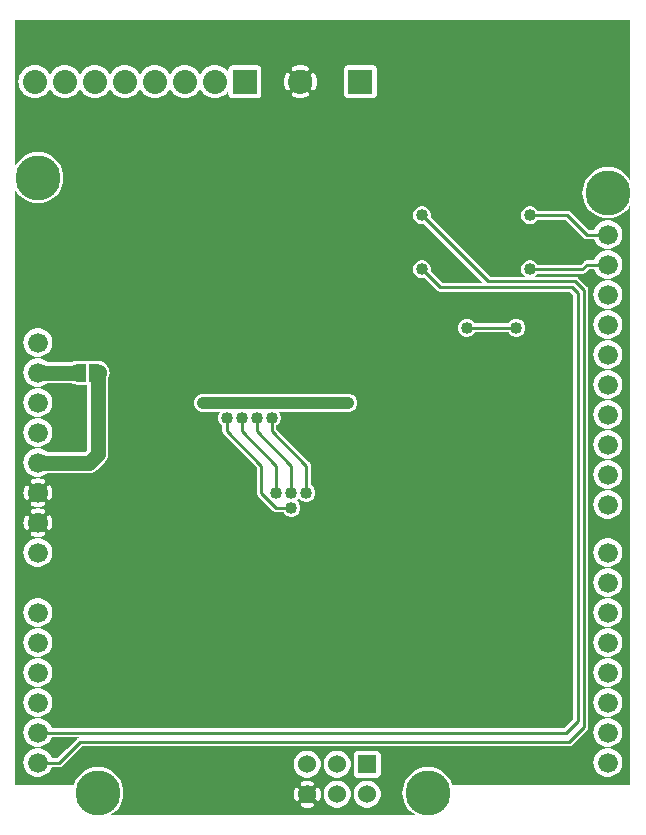
<source format=gbr>
G04 start of page 3 for group 1 idx 1 *
G04 Title: (unknown), solder *
G04 Creator: pcb 20140316 *
G04 CreationDate: Sun 31 Mar 2019 02:17:39 PM GMT UTC *
G04 For: railfan *
G04 Format: Gerber/RS-274X *
G04 PCB-Dimensions (mil): 2100.00 2700.00 *
G04 PCB-Coordinate-Origin: lower left *
%MOIN*%
%FSLAX25Y25*%
%LNBOTTOM*%
%ADD47C,0.0480*%
%ADD46C,0.1285*%
%ADD45C,0.0380*%
%ADD44C,0.0200*%
%ADD43R,0.0300X0.0300*%
%ADD42C,0.0800*%
%ADD41C,0.0600*%
%ADD40C,0.1500*%
%ADD39C,0.0660*%
%ADD38C,0.0400*%
%ADD37C,0.0500*%
%ADD36C,0.0100*%
%ADD35C,0.0001*%
G54D35*G36*
X13876Y115000D02*X22500D01*
Y95000D01*
X13876D01*
Y97635D01*
X13978Y97666D01*
X14085Y97717D01*
X14182Y97784D01*
X14267Y97866D01*
X14339Y97960D01*
X14392Y98065D01*
X14557Y98476D01*
X14678Y98902D01*
X14759Y99337D01*
X14800Y99778D01*
Y100222D01*
X14759Y100663D01*
X14678Y101098D01*
X14557Y101524D01*
X14397Y101937D01*
X14342Y102042D01*
X14270Y102137D01*
X14184Y102219D01*
X14087Y102286D01*
X13980Y102338D01*
X13876Y102369D01*
Y107635D01*
X13978Y107666D01*
X14085Y107717D01*
X14182Y107784D01*
X14267Y107866D01*
X14339Y107960D01*
X14392Y108065D01*
X14557Y108476D01*
X14678Y108902D01*
X14759Y109337D01*
X14800Y109778D01*
Y110222D01*
X14759Y110663D01*
X14678Y111098D01*
X14557Y111524D01*
X14397Y111937D01*
X14342Y112042D01*
X14270Y112137D01*
X14184Y112219D01*
X14087Y112286D01*
X13980Y112338D01*
X13876Y112369D01*
Y115000D01*
G37*
G36*
X10002D02*X13876D01*
Y112369D01*
X13866Y112372D01*
X13749Y112388D01*
X13630Y112385D01*
X13513Y112364D01*
X13401Y112325D01*
X13297Y112268D01*
X13203Y112197D01*
X13121Y112111D01*
X13053Y112013D01*
X13002Y111907D01*
X12967Y111793D01*
X12952Y111675D01*
X12954Y111557D01*
X12975Y111440D01*
X13017Y111329D01*
X13130Y111047D01*
X13213Y110754D01*
X13268Y110455D01*
X13296Y110152D01*
Y109848D01*
X13268Y109545D01*
X13213Y109246D01*
X13130Y108953D01*
X13020Y108669D01*
X12979Y108559D01*
X12958Y108443D01*
X12955Y108325D01*
X12971Y108208D01*
X13005Y108095D01*
X13056Y107988D01*
X13123Y107891D01*
X13205Y107806D01*
X13299Y107734D01*
X13403Y107679D01*
X13514Y107640D01*
X13630Y107618D01*
X13748Y107616D01*
X13865Y107632D01*
X13876Y107635D01*
Y102369D01*
X13866Y102372D01*
X13749Y102388D01*
X13630Y102385D01*
X13513Y102364D01*
X13401Y102325D01*
X13297Y102268D01*
X13203Y102197D01*
X13121Y102111D01*
X13053Y102013D01*
X13002Y101907D01*
X12967Y101793D01*
X12952Y101675D01*
X12954Y101557D01*
X12975Y101440D01*
X13017Y101329D01*
X13130Y101047D01*
X13213Y100754D01*
X13268Y100455D01*
X13296Y100152D01*
Y99848D01*
X13268Y99545D01*
X13213Y99246D01*
X13130Y98953D01*
X13020Y98669D01*
X12979Y98559D01*
X12958Y98443D01*
X12955Y98325D01*
X12971Y98208D01*
X13005Y98095D01*
X13056Y97988D01*
X13123Y97891D01*
X13205Y97806D01*
X13299Y97734D01*
X13403Y97679D01*
X13514Y97640D01*
X13630Y97618D01*
X13748Y97616D01*
X13865Y97632D01*
X13876Y97635D01*
Y95000D01*
X10002D01*
Y95200D01*
X10222D01*
X10663Y95241D01*
X11098Y95322D01*
X11524Y95443D01*
X11937Y95603D01*
X12042Y95658D01*
X12137Y95730D01*
X12219Y95816D01*
X12286Y95913D01*
X12338Y96020D01*
X12372Y96134D01*
X12388Y96251D01*
X12385Y96370D01*
X12364Y96487D01*
X12325Y96599D01*
X12268Y96703D01*
X12197Y96797D01*
X12111Y96879D01*
X12013Y96947D01*
X11907Y96998D01*
X11793Y97033D01*
X11675Y97048D01*
X11557Y97046D01*
X11440Y97025D01*
X11329Y96983D01*
X11047Y96870D01*
X10754Y96787D01*
X10455Y96732D01*
X10152Y96704D01*
X10002D01*
Y103296D01*
X10152D01*
X10455Y103268D01*
X10754Y103213D01*
X11047Y103130D01*
X11331Y103020D01*
X11441Y102979D01*
X11557Y102958D01*
X11675Y102955D01*
X11792Y102971D01*
X11905Y103005D01*
X12012Y103056D01*
X12109Y103123D01*
X12194Y103205D01*
X12266Y103299D01*
X12321Y103403D01*
X12360Y103514D01*
X12382Y103630D01*
X12384Y103748D01*
X12368Y103865D01*
X12334Y103978D01*
X12283Y104085D01*
X12216Y104182D01*
X12134Y104267D01*
X12040Y104339D01*
X11935Y104392D01*
X11524Y104557D01*
X11098Y104678D01*
X10663Y104759D01*
X10222Y104800D01*
X10002D01*
Y105200D01*
X10222D01*
X10663Y105241D01*
X11098Y105322D01*
X11524Y105443D01*
X11937Y105603D01*
X12042Y105658D01*
X12137Y105730D01*
X12219Y105816D01*
X12286Y105913D01*
X12338Y106020D01*
X12372Y106134D01*
X12388Y106251D01*
X12385Y106370D01*
X12364Y106487D01*
X12325Y106599D01*
X12268Y106703D01*
X12197Y106797D01*
X12111Y106879D01*
X12013Y106947D01*
X11907Y106998D01*
X11793Y107033D01*
X11675Y107048D01*
X11557Y107046D01*
X11440Y107025D01*
X11329Y106983D01*
X11047Y106870D01*
X10754Y106787D01*
X10455Y106732D01*
X10152Y106704D01*
X10002D01*
Y113296D01*
X10152D01*
X10455Y113268D01*
X10754Y113213D01*
X11047Y113130D01*
X11331Y113020D01*
X11441Y112979D01*
X11557Y112958D01*
X11675Y112955D01*
X11792Y112971D01*
X11905Y113005D01*
X12012Y113056D01*
X12109Y113123D01*
X12194Y113205D01*
X12266Y113299D01*
X12321Y113403D01*
X12360Y113514D01*
X12382Y113630D01*
X12384Y113748D01*
X12368Y113865D01*
X12334Y113978D01*
X12283Y114085D01*
X12216Y114182D01*
X12134Y114267D01*
X12040Y114339D01*
X11935Y114392D01*
X11524Y114557D01*
X11098Y114678D01*
X10663Y114759D01*
X10222Y114800D01*
X10002D01*
Y115000D01*
G37*
G36*
X6124D02*X10002D01*
Y114800D01*
X9778D01*
X9337Y114759D01*
X8902Y114678D01*
X8476Y114557D01*
X8063Y114397D01*
X7958Y114342D01*
X7863Y114270D01*
X7781Y114184D01*
X7714Y114087D01*
X7662Y113980D01*
X7628Y113866D01*
X7612Y113749D01*
X7615Y113630D01*
X7636Y113513D01*
X7675Y113401D01*
X7732Y113297D01*
X7803Y113203D01*
X7889Y113121D01*
X7987Y113053D01*
X8093Y113002D01*
X8207Y112967D01*
X8325Y112952D01*
X8443Y112954D01*
X8560Y112975D01*
X8671Y113017D01*
X8953Y113130D01*
X9246Y113213D01*
X9545Y113268D01*
X9848Y113296D01*
X10002D01*
Y106704D01*
X9848D01*
X9545Y106732D01*
X9246Y106787D01*
X8953Y106870D01*
X8669Y106980D01*
X8559Y107021D01*
X8443Y107042D01*
X8325Y107045D01*
X8208Y107029D01*
X8095Y106995D01*
X7988Y106944D01*
X7891Y106877D01*
X7806Y106795D01*
X7734Y106701D01*
X7679Y106597D01*
X7640Y106486D01*
X7618Y106370D01*
X7616Y106252D01*
X7632Y106135D01*
X7666Y106022D01*
X7717Y105915D01*
X7784Y105818D01*
X7866Y105733D01*
X7960Y105661D01*
X8065Y105608D01*
X8476Y105443D01*
X8902Y105322D01*
X9337Y105241D01*
X9778Y105200D01*
X10002D01*
Y104800D01*
X9778D01*
X9337Y104759D01*
X8902Y104678D01*
X8476Y104557D01*
X8063Y104397D01*
X7958Y104342D01*
X7863Y104270D01*
X7781Y104184D01*
X7714Y104087D01*
X7662Y103980D01*
X7628Y103866D01*
X7612Y103749D01*
X7615Y103630D01*
X7636Y103513D01*
X7675Y103401D01*
X7732Y103297D01*
X7803Y103203D01*
X7889Y103121D01*
X7987Y103053D01*
X8093Y103002D01*
X8207Y102967D01*
X8325Y102952D01*
X8443Y102954D01*
X8560Y102975D01*
X8671Y103017D01*
X8953Y103130D01*
X9246Y103213D01*
X9545Y103268D01*
X9848Y103296D01*
X10002D01*
Y96704D01*
X9848D01*
X9545Y96732D01*
X9246Y96787D01*
X8953Y96870D01*
X8669Y96980D01*
X8559Y97021D01*
X8443Y97042D01*
X8325Y97045D01*
X8208Y97029D01*
X8095Y96995D01*
X7988Y96944D01*
X7891Y96877D01*
X7806Y96795D01*
X7734Y96701D01*
X7679Y96597D01*
X7640Y96486D01*
X7618Y96370D01*
X7616Y96252D01*
X7632Y96135D01*
X7666Y96022D01*
X7717Y95915D01*
X7784Y95818D01*
X7866Y95733D01*
X7960Y95661D01*
X8065Y95608D01*
X8476Y95443D01*
X8902Y95322D01*
X9337Y95241D01*
X9778Y95200D01*
X10002D01*
Y95000D01*
X6124D01*
Y97631D01*
X6134Y97628D01*
X6251Y97612D01*
X6370Y97615D01*
X6487Y97636D01*
X6599Y97675D01*
X6703Y97732D01*
X6797Y97803D01*
X6879Y97889D01*
X6947Y97987D01*
X6998Y98093D01*
X7033Y98207D01*
X7048Y98325D01*
X7046Y98443D01*
X7025Y98560D01*
X6983Y98671D01*
X6870Y98953D01*
X6787Y99246D01*
X6732Y99545D01*
X6704Y99848D01*
Y100152D01*
X6732Y100455D01*
X6787Y100754D01*
X6870Y101047D01*
X6980Y101331D01*
X7021Y101441D01*
X7042Y101557D01*
X7045Y101675D01*
X7029Y101792D01*
X6995Y101905D01*
X6944Y102012D01*
X6877Y102109D01*
X6795Y102194D01*
X6701Y102266D01*
X6597Y102321D01*
X6486Y102360D01*
X6370Y102382D01*
X6252Y102384D01*
X6135Y102368D01*
X6124Y102365D01*
Y107631D01*
X6134Y107628D01*
X6251Y107612D01*
X6370Y107615D01*
X6487Y107636D01*
X6599Y107675D01*
X6703Y107732D01*
X6797Y107803D01*
X6879Y107889D01*
X6947Y107987D01*
X6998Y108093D01*
X7033Y108207D01*
X7048Y108325D01*
X7046Y108443D01*
X7025Y108560D01*
X6983Y108671D01*
X6870Y108953D01*
X6787Y109246D01*
X6732Y109545D01*
X6704Y109848D01*
Y110152D01*
X6732Y110455D01*
X6787Y110754D01*
X6870Y111047D01*
X6980Y111331D01*
X7021Y111441D01*
X7042Y111557D01*
X7045Y111675D01*
X7029Y111792D01*
X6995Y111905D01*
X6944Y112012D01*
X6877Y112109D01*
X6795Y112194D01*
X6701Y112266D01*
X6597Y112321D01*
X6486Y112360D01*
X6370Y112382D01*
X6252Y112384D01*
X6135Y112368D01*
X6124Y112365D01*
Y115000D01*
G37*
G36*
X4500D02*X6124D01*
Y112365D01*
X6022Y112334D01*
X5915Y112283D01*
X5818Y112216D01*
X5733Y112134D01*
X5661Y112040D01*
X5608Y111935D01*
X5443Y111524D01*
X5322Y111098D01*
X5241Y110663D01*
X5200Y110222D01*
Y109778D01*
X5241Y109337D01*
X5322Y108902D01*
X5443Y108476D01*
X5603Y108063D01*
X5658Y107958D01*
X5730Y107863D01*
X5816Y107781D01*
X5913Y107714D01*
X6020Y107662D01*
X6124Y107631D01*
Y102365D01*
X6022Y102334D01*
X5915Y102283D01*
X5818Y102216D01*
X5733Y102134D01*
X5661Y102040D01*
X5608Y101935D01*
X5443Y101524D01*
X5322Y101098D01*
X5241Y100663D01*
X5200Y100222D01*
Y99778D01*
X5241Y99337D01*
X5322Y98902D01*
X5443Y98476D01*
X5603Y98063D01*
X5658Y97958D01*
X5730Y97863D01*
X5816Y97781D01*
X5913Y97714D01*
X6020Y97662D01*
X6124Y97631D01*
Y95000D01*
X4500D01*
Y115000D01*
G37*
G36*
X161245Y163500D02*X166901D01*
X167065Y163231D01*
X167372Y162872D01*
X167731Y162565D01*
X168134Y162319D01*
X168570Y162138D01*
X169029Y162028D01*
X169500Y161991D01*
X169971Y162028D01*
X170430Y162138D01*
X170866Y162319D01*
X171269Y162565D01*
X171628Y162872D01*
X171935Y163231D01*
X172181Y163634D01*
X172362Y164070D01*
X172472Y164529D01*
X172500Y165000D01*
X172472Y165471D01*
X172362Y165930D01*
X172181Y166366D01*
X171935Y166769D01*
X171628Y167128D01*
X171269Y167435D01*
X170866Y167681D01*
X170430Y167862D01*
X169971Y167972D01*
X169500Y168009D01*
X169029Y167972D01*
X168570Y167862D01*
X168134Y167681D01*
X167731Y167435D01*
X167372Y167128D01*
X167065Y166769D01*
X166901Y166500D01*
X161245D01*
Y177000D01*
X187379D01*
X188500Y175879D01*
Y34621D01*
X185379Y31500D01*
X161245D01*
Y163500D01*
G37*
G36*
X199993Y201474D02*X200000Y201474D01*
X201334Y201579D01*
X202635Y201891D01*
X203871Y202403D01*
X205012Y203102D01*
X206029Y203971D01*
X206898Y204988D01*
X207500Y205971D01*
Y12500D01*
X199993D01*
Y15186D01*
X200000Y15185D01*
X200753Y15244D01*
X201488Y15421D01*
X202186Y15710D01*
X202830Y16105D01*
X203405Y16595D01*
X203895Y17170D01*
X204290Y17814D01*
X204579Y18512D01*
X204756Y19247D01*
X204800Y20000D01*
X204756Y20753D01*
X204579Y21488D01*
X204290Y22186D01*
X203895Y22830D01*
X203405Y23405D01*
X202830Y23895D01*
X202186Y24290D01*
X201488Y24579D01*
X200753Y24756D01*
X200000Y24815D01*
X199993Y24814D01*
Y25186D01*
X200000Y25185D01*
X200753Y25244D01*
X201488Y25421D01*
X202186Y25710D01*
X202830Y26105D01*
X203405Y26595D01*
X203895Y27170D01*
X204290Y27814D01*
X204579Y28512D01*
X204756Y29247D01*
X204800Y30000D01*
X204756Y30753D01*
X204579Y31488D01*
X204290Y32186D01*
X203895Y32830D01*
X203405Y33405D01*
X202830Y33895D01*
X202186Y34290D01*
X201488Y34579D01*
X200753Y34756D01*
X200000Y34815D01*
X199993Y34814D01*
Y35186D01*
X200000Y35185D01*
X200753Y35244D01*
X201488Y35421D01*
X202186Y35710D01*
X202830Y36105D01*
X203405Y36595D01*
X203895Y37170D01*
X204290Y37814D01*
X204579Y38512D01*
X204756Y39247D01*
X204800Y40000D01*
X204756Y40753D01*
X204579Y41488D01*
X204290Y42186D01*
X203895Y42830D01*
X203405Y43405D01*
X202830Y43895D01*
X202186Y44290D01*
X201488Y44579D01*
X200753Y44756D01*
X200000Y44815D01*
X199993Y44814D01*
Y45186D01*
X200000Y45185D01*
X200753Y45244D01*
X201488Y45421D01*
X202186Y45710D01*
X202830Y46105D01*
X203405Y46595D01*
X203895Y47170D01*
X204290Y47814D01*
X204579Y48512D01*
X204756Y49247D01*
X204800Y50000D01*
X204756Y50753D01*
X204579Y51488D01*
X204290Y52186D01*
X203895Y52830D01*
X203405Y53405D01*
X202830Y53895D01*
X202186Y54290D01*
X201488Y54579D01*
X200753Y54756D01*
X200000Y54815D01*
X199993Y54814D01*
Y55186D01*
X200000Y55185D01*
X200753Y55244D01*
X201488Y55421D01*
X202186Y55710D01*
X202830Y56105D01*
X203405Y56595D01*
X203895Y57170D01*
X204290Y57814D01*
X204579Y58512D01*
X204756Y59247D01*
X204800Y60000D01*
X204756Y60753D01*
X204579Y61488D01*
X204290Y62186D01*
X203895Y62830D01*
X203405Y63405D01*
X202830Y63895D01*
X202186Y64290D01*
X201488Y64579D01*
X200753Y64756D01*
X200000Y64815D01*
X199993Y64814D01*
Y65186D01*
X200000Y65185D01*
X200753Y65244D01*
X201488Y65421D01*
X202186Y65710D01*
X202830Y66105D01*
X203405Y66595D01*
X203895Y67170D01*
X204290Y67814D01*
X204579Y68512D01*
X204756Y69247D01*
X204800Y70000D01*
X204756Y70753D01*
X204579Y71488D01*
X204290Y72186D01*
X203895Y72830D01*
X203405Y73405D01*
X202830Y73895D01*
X202186Y74290D01*
X201488Y74579D01*
X200753Y74756D01*
X200000Y74815D01*
X199993Y74814D01*
Y75186D01*
X200000Y75185D01*
X200753Y75244D01*
X201488Y75421D01*
X202186Y75710D01*
X202830Y76105D01*
X203405Y76595D01*
X203895Y77170D01*
X204290Y77814D01*
X204579Y78512D01*
X204756Y79247D01*
X204800Y80000D01*
X204756Y80753D01*
X204579Y81488D01*
X204290Y82186D01*
X203895Y82830D01*
X203405Y83405D01*
X202830Y83895D01*
X202186Y84290D01*
X201488Y84579D01*
X200753Y84756D01*
X200000Y84815D01*
X199993Y84814D01*
Y85186D01*
X200000Y85185D01*
X200753Y85244D01*
X201488Y85421D01*
X202186Y85710D01*
X202830Y86105D01*
X203405Y86595D01*
X203895Y87170D01*
X204290Y87814D01*
X204579Y88512D01*
X204756Y89247D01*
X204800Y90000D01*
X204756Y90753D01*
X204579Y91488D01*
X204290Y92186D01*
X203895Y92830D01*
X203405Y93405D01*
X202830Y93895D01*
X202186Y94290D01*
X201488Y94579D01*
X200753Y94756D01*
X200000Y94815D01*
X199993Y94814D01*
Y101186D01*
X200000Y101185D01*
X200753Y101244D01*
X201488Y101421D01*
X202186Y101710D01*
X202830Y102105D01*
X203405Y102595D01*
X203895Y103170D01*
X204290Y103814D01*
X204579Y104512D01*
X204756Y105247D01*
X204800Y106000D01*
X204756Y106753D01*
X204579Y107488D01*
X204290Y108186D01*
X203895Y108830D01*
X203405Y109405D01*
X202830Y109895D01*
X202186Y110290D01*
X201488Y110579D01*
X200753Y110756D01*
X200000Y110815D01*
X199993Y110814D01*
Y111186D01*
X200000Y111185D01*
X200753Y111244D01*
X201488Y111421D01*
X202186Y111710D01*
X202830Y112105D01*
X203405Y112595D01*
X203895Y113170D01*
X204290Y113814D01*
X204579Y114512D01*
X204756Y115247D01*
X204800Y116000D01*
X204756Y116753D01*
X204579Y117488D01*
X204290Y118186D01*
X203895Y118830D01*
X203405Y119405D01*
X202830Y119895D01*
X202186Y120290D01*
X201488Y120579D01*
X200753Y120756D01*
X200000Y120815D01*
X199993Y120814D01*
Y121186D01*
X200000Y121185D01*
X200753Y121244D01*
X201488Y121421D01*
X202186Y121710D01*
X202830Y122105D01*
X203405Y122595D01*
X203895Y123170D01*
X204290Y123814D01*
X204579Y124512D01*
X204756Y125247D01*
X204800Y126000D01*
X204756Y126753D01*
X204579Y127488D01*
X204290Y128186D01*
X203895Y128830D01*
X203405Y129405D01*
X202830Y129895D01*
X202186Y130290D01*
X201488Y130579D01*
X200753Y130756D01*
X200000Y130815D01*
X199993Y130814D01*
Y131186D01*
X200000Y131185D01*
X200753Y131244D01*
X201488Y131421D01*
X202186Y131710D01*
X202830Y132105D01*
X203405Y132595D01*
X203895Y133170D01*
X204290Y133814D01*
X204579Y134512D01*
X204756Y135247D01*
X204800Y136000D01*
X204756Y136753D01*
X204579Y137488D01*
X204290Y138186D01*
X203895Y138830D01*
X203405Y139405D01*
X202830Y139895D01*
X202186Y140290D01*
X201488Y140579D01*
X200753Y140756D01*
X200000Y140815D01*
X199993Y140814D01*
Y141186D01*
X200000Y141185D01*
X200753Y141244D01*
X201488Y141421D01*
X202186Y141710D01*
X202830Y142105D01*
X203405Y142595D01*
X203895Y143170D01*
X204290Y143814D01*
X204579Y144512D01*
X204756Y145247D01*
X204800Y146000D01*
X204756Y146753D01*
X204579Y147488D01*
X204290Y148186D01*
X203895Y148830D01*
X203405Y149405D01*
X202830Y149895D01*
X202186Y150290D01*
X201488Y150579D01*
X200753Y150756D01*
X200000Y150815D01*
X199993Y150814D01*
Y151186D01*
X200000Y151185D01*
X200753Y151244D01*
X201488Y151421D01*
X202186Y151710D01*
X202830Y152105D01*
X203405Y152595D01*
X203895Y153170D01*
X204290Y153814D01*
X204579Y154512D01*
X204756Y155247D01*
X204800Y156000D01*
X204756Y156753D01*
X204579Y157488D01*
X204290Y158186D01*
X203895Y158830D01*
X203405Y159405D01*
X202830Y159895D01*
X202186Y160290D01*
X201488Y160579D01*
X200753Y160756D01*
X200000Y160815D01*
X199993Y160814D01*
Y161186D01*
X200000Y161185D01*
X200753Y161244D01*
X201488Y161421D01*
X202186Y161710D01*
X202830Y162105D01*
X203405Y162595D01*
X203895Y163170D01*
X204290Y163814D01*
X204579Y164512D01*
X204756Y165247D01*
X204800Y166000D01*
X204756Y166753D01*
X204579Y167488D01*
X204290Y168186D01*
X203895Y168830D01*
X203405Y169405D01*
X202830Y169895D01*
X202186Y170290D01*
X201488Y170579D01*
X200753Y170756D01*
X200000Y170815D01*
X199993Y170814D01*
Y171186D01*
X200000Y171185D01*
X200753Y171244D01*
X201488Y171421D01*
X202186Y171710D01*
X202830Y172105D01*
X203405Y172595D01*
X203895Y173170D01*
X204290Y173814D01*
X204579Y174512D01*
X204756Y175247D01*
X204800Y176000D01*
X204756Y176753D01*
X204579Y177488D01*
X204290Y178186D01*
X203895Y178830D01*
X203405Y179405D01*
X202830Y179895D01*
X202186Y180290D01*
X201488Y180579D01*
X200753Y180756D01*
X200000Y180815D01*
X199993Y180814D01*
Y181186D01*
X200000Y181185D01*
X200753Y181244D01*
X201488Y181421D01*
X202186Y181710D01*
X202830Y182105D01*
X203405Y182595D01*
X203895Y183170D01*
X204290Y183814D01*
X204579Y184512D01*
X204756Y185247D01*
X204800Y186000D01*
X204756Y186753D01*
X204579Y187488D01*
X204290Y188186D01*
X203895Y188830D01*
X203405Y189405D01*
X202830Y189895D01*
X202186Y190290D01*
X201488Y190579D01*
X200753Y190756D01*
X200000Y190815D01*
X199993Y190814D01*
Y191186D01*
X200000Y191185D01*
X200753Y191244D01*
X201488Y191421D01*
X202186Y191710D01*
X202830Y192105D01*
X203405Y192595D01*
X203895Y193170D01*
X204290Y193814D01*
X204579Y194512D01*
X204756Y195247D01*
X204800Y196000D01*
X204756Y196753D01*
X204579Y197488D01*
X204290Y198186D01*
X203895Y198830D01*
X203405Y199405D01*
X202830Y199895D01*
X202186Y200290D01*
X201488Y200579D01*
X200753Y200756D01*
X200000Y200815D01*
X199993Y200814D01*
Y201474D01*
G37*
G36*
Y267500D02*X207500D01*
Y214029D01*
X206898Y215012D01*
X206029Y216029D01*
X205012Y216898D01*
X203871Y217597D01*
X202635Y218109D01*
X201334Y218421D01*
X200000Y218526D01*
X199993Y218526D01*
Y267500D01*
G37*
G36*
Y190814D02*X199247Y190756D01*
X198512Y190579D01*
X197814Y190290D01*
X197170Y189895D01*
X196595Y189405D01*
X196105Y188830D01*
X195710Y188186D01*
X195426Y187500D01*
X193059D01*
X193000Y187505D01*
X192765Y187486D01*
X192535Y187431D01*
X192317Y187341D01*
X192116Y187217D01*
X192115Y187217D01*
X191936Y187064D01*
X191898Y187019D01*
X190879Y186000D01*
X187895D01*
Y198983D01*
X191898Y194981D01*
X191936Y194936D01*
X192116Y194783D01*
X192317Y194659D01*
X192535Y194569D01*
X192765Y194514D01*
X193000Y194495D01*
X193059Y194500D01*
X195426D01*
X195710Y193814D01*
X196105Y193170D01*
X196595Y192595D01*
X197170Y192105D01*
X197814Y191710D01*
X198512Y191421D01*
X199247Y191244D01*
X199993Y191186D01*
Y190814D01*
G37*
G36*
Y12500D02*X187895D01*
Y25792D01*
X188064Y25936D01*
X188102Y25981D01*
X193019Y30898D01*
X193064Y30936D01*
X193217Y31115D01*
X193217Y31116D01*
X193341Y31317D01*
X193431Y31535D01*
X193486Y31765D01*
X193505Y32000D01*
X193500Y32059D01*
Y177441D01*
X193505Y177500D01*
X193486Y177735D01*
X193431Y177965D01*
X193341Y178183D01*
X193217Y178384D01*
X193064Y178564D01*
X193019Y178602D01*
X190102Y181519D01*
X190064Y181564D01*
X189884Y181717D01*
X189683Y181841D01*
X189465Y181931D01*
X189235Y181986D01*
X189000Y182005D01*
X188941Y182000D01*
X187895D01*
Y183000D01*
X191441D01*
X191500Y182995D01*
X191735Y183014D01*
X191735Y183014D01*
X191965Y183069D01*
X192183Y183159D01*
X192384Y183283D01*
X192564Y183436D01*
X192602Y183481D01*
X193621Y184500D01*
X195426D01*
X195710Y183814D01*
X196105Y183170D01*
X196595Y182595D01*
X197170Y182105D01*
X197814Y181710D01*
X198512Y181421D01*
X199247Y181244D01*
X199993Y181186D01*
Y180814D01*
X199247Y180756D01*
X198512Y180579D01*
X197814Y180290D01*
X197170Y179895D01*
X196595Y179405D01*
X196105Y178830D01*
X195710Y178186D01*
X195421Y177488D01*
X195244Y176753D01*
X195185Y176000D01*
X195244Y175247D01*
X195421Y174512D01*
X195710Y173814D01*
X196105Y173170D01*
X196595Y172595D01*
X197170Y172105D01*
X197814Y171710D01*
X198512Y171421D01*
X199247Y171244D01*
X199993Y171186D01*
Y170814D01*
X199247Y170756D01*
X198512Y170579D01*
X197814Y170290D01*
X197170Y169895D01*
X196595Y169405D01*
X196105Y168830D01*
X195710Y168186D01*
X195421Y167488D01*
X195244Y166753D01*
X195185Y166000D01*
X195244Y165247D01*
X195421Y164512D01*
X195710Y163814D01*
X196105Y163170D01*
X196595Y162595D01*
X197170Y162105D01*
X197814Y161710D01*
X198512Y161421D01*
X199247Y161244D01*
X199993Y161186D01*
Y160814D01*
X199247Y160756D01*
X198512Y160579D01*
X197814Y160290D01*
X197170Y159895D01*
X196595Y159405D01*
X196105Y158830D01*
X195710Y158186D01*
X195421Y157488D01*
X195244Y156753D01*
X195185Y156000D01*
X195244Y155247D01*
X195421Y154512D01*
X195710Y153814D01*
X196105Y153170D01*
X196595Y152595D01*
X197170Y152105D01*
X197814Y151710D01*
X198512Y151421D01*
X199247Y151244D01*
X199993Y151186D01*
Y150814D01*
X199247Y150756D01*
X198512Y150579D01*
X197814Y150290D01*
X197170Y149895D01*
X196595Y149405D01*
X196105Y148830D01*
X195710Y148186D01*
X195421Y147488D01*
X195244Y146753D01*
X195185Y146000D01*
X195244Y145247D01*
X195421Y144512D01*
X195710Y143814D01*
X196105Y143170D01*
X196595Y142595D01*
X197170Y142105D01*
X197814Y141710D01*
X198512Y141421D01*
X199247Y141244D01*
X199993Y141186D01*
Y140814D01*
X199247Y140756D01*
X198512Y140579D01*
X197814Y140290D01*
X197170Y139895D01*
X196595Y139405D01*
X196105Y138830D01*
X195710Y138186D01*
X195421Y137488D01*
X195244Y136753D01*
X195185Y136000D01*
X195244Y135247D01*
X195421Y134512D01*
X195710Y133814D01*
X196105Y133170D01*
X196595Y132595D01*
X197170Y132105D01*
X197814Y131710D01*
X198512Y131421D01*
X199247Y131244D01*
X199993Y131186D01*
Y130814D01*
X199247Y130756D01*
X198512Y130579D01*
X197814Y130290D01*
X197170Y129895D01*
X196595Y129405D01*
X196105Y128830D01*
X195710Y128186D01*
X195421Y127488D01*
X195244Y126753D01*
X195185Y126000D01*
X195244Y125247D01*
X195421Y124512D01*
X195710Y123814D01*
X196105Y123170D01*
X196595Y122595D01*
X197170Y122105D01*
X197814Y121710D01*
X198512Y121421D01*
X199247Y121244D01*
X199993Y121186D01*
Y120814D01*
X199247Y120756D01*
X198512Y120579D01*
X197814Y120290D01*
X197170Y119895D01*
X196595Y119405D01*
X196105Y118830D01*
X195710Y118186D01*
X195421Y117488D01*
X195244Y116753D01*
X195185Y116000D01*
X195244Y115247D01*
X195421Y114512D01*
X195710Y113814D01*
X196105Y113170D01*
X196595Y112595D01*
X197170Y112105D01*
X197814Y111710D01*
X198512Y111421D01*
X199247Y111244D01*
X199993Y111186D01*
Y110814D01*
X199247Y110756D01*
X198512Y110579D01*
X197814Y110290D01*
X197170Y109895D01*
X196595Y109405D01*
X196105Y108830D01*
X195710Y108186D01*
X195421Y107488D01*
X195244Y106753D01*
X195185Y106000D01*
X195244Y105247D01*
X195421Y104512D01*
X195710Y103814D01*
X196105Y103170D01*
X196595Y102595D01*
X197170Y102105D01*
X197814Y101710D01*
X198512Y101421D01*
X199247Y101244D01*
X199993Y101186D01*
Y94814D01*
X199247Y94756D01*
X198512Y94579D01*
X197814Y94290D01*
X197170Y93895D01*
X196595Y93405D01*
X196105Y92830D01*
X195710Y92186D01*
X195421Y91488D01*
X195244Y90753D01*
X195185Y90000D01*
X195244Y89247D01*
X195421Y88512D01*
X195710Y87814D01*
X196105Y87170D01*
X196595Y86595D01*
X197170Y86105D01*
X197814Y85710D01*
X198512Y85421D01*
X199247Y85244D01*
X199993Y85186D01*
Y84814D01*
X199247Y84756D01*
X198512Y84579D01*
X197814Y84290D01*
X197170Y83895D01*
X196595Y83405D01*
X196105Y82830D01*
X195710Y82186D01*
X195421Y81488D01*
X195244Y80753D01*
X195185Y80000D01*
X195244Y79247D01*
X195421Y78512D01*
X195710Y77814D01*
X196105Y77170D01*
X196595Y76595D01*
X197170Y76105D01*
X197814Y75710D01*
X198512Y75421D01*
X199247Y75244D01*
X199993Y75186D01*
Y74814D01*
X199247Y74756D01*
X198512Y74579D01*
X197814Y74290D01*
X197170Y73895D01*
X196595Y73405D01*
X196105Y72830D01*
X195710Y72186D01*
X195421Y71488D01*
X195244Y70753D01*
X195185Y70000D01*
X195244Y69247D01*
X195421Y68512D01*
X195710Y67814D01*
X196105Y67170D01*
X196595Y66595D01*
X197170Y66105D01*
X197814Y65710D01*
X198512Y65421D01*
X199247Y65244D01*
X199993Y65186D01*
Y64814D01*
X199247Y64756D01*
X198512Y64579D01*
X197814Y64290D01*
X197170Y63895D01*
X196595Y63405D01*
X196105Y62830D01*
X195710Y62186D01*
X195421Y61488D01*
X195244Y60753D01*
X195185Y60000D01*
X195244Y59247D01*
X195421Y58512D01*
X195710Y57814D01*
X196105Y57170D01*
X196595Y56595D01*
X197170Y56105D01*
X197814Y55710D01*
X198512Y55421D01*
X199247Y55244D01*
X199993Y55186D01*
Y54814D01*
X199247Y54756D01*
X198512Y54579D01*
X197814Y54290D01*
X197170Y53895D01*
X196595Y53405D01*
X196105Y52830D01*
X195710Y52186D01*
X195421Y51488D01*
X195244Y50753D01*
X195185Y50000D01*
X195244Y49247D01*
X195421Y48512D01*
X195710Y47814D01*
X196105Y47170D01*
X196595Y46595D01*
X197170Y46105D01*
X197814Y45710D01*
X198512Y45421D01*
X199247Y45244D01*
X199993Y45186D01*
Y44814D01*
X199247Y44756D01*
X198512Y44579D01*
X197814Y44290D01*
X197170Y43895D01*
X196595Y43405D01*
X196105Y42830D01*
X195710Y42186D01*
X195421Y41488D01*
X195244Y40753D01*
X195185Y40000D01*
X195244Y39247D01*
X195421Y38512D01*
X195710Y37814D01*
X196105Y37170D01*
X196595Y36595D01*
X197170Y36105D01*
X197814Y35710D01*
X198512Y35421D01*
X199247Y35244D01*
X199993Y35186D01*
Y34814D01*
X199247Y34756D01*
X198512Y34579D01*
X197814Y34290D01*
X197170Y33895D01*
X196595Y33405D01*
X196105Y32830D01*
X195710Y32186D01*
X195421Y31488D01*
X195244Y30753D01*
X195185Y30000D01*
X195244Y29247D01*
X195421Y28512D01*
X195710Y27814D01*
X196105Y27170D01*
X196595Y26595D01*
X197170Y26105D01*
X197814Y25710D01*
X198512Y25421D01*
X199247Y25244D01*
X199993Y25186D01*
Y24814D01*
X199247Y24756D01*
X198512Y24579D01*
X197814Y24290D01*
X197170Y23895D01*
X196595Y23405D01*
X196105Y22830D01*
X195710Y22186D01*
X195421Y21488D01*
X195244Y20753D01*
X195185Y20000D01*
X195244Y19247D01*
X195421Y18512D01*
X195710Y17814D01*
X196105Y17170D01*
X196595Y16595D01*
X197170Y16105D01*
X197814Y15710D01*
X198512Y15421D01*
X199247Y15244D01*
X199993Y15186D01*
Y12500D01*
G37*
G36*
X187895Y267500D02*X199993D01*
Y218526D01*
X198666Y218421D01*
X197365Y218109D01*
X196129Y217597D01*
X194988Y216898D01*
X193971Y216029D01*
X193102Y215012D01*
X192403Y213871D01*
X191891Y212635D01*
X191579Y211334D01*
X191474Y210000D01*
X191579Y208666D01*
X191891Y207365D01*
X192403Y206129D01*
X193102Y204988D01*
X193971Y203971D01*
X194988Y203102D01*
X196129Y202403D01*
X197365Y201891D01*
X198666Y201579D01*
X199993Y201474D01*
Y200814D01*
X199247Y200756D01*
X198512Y200579D01*
X197814Y200290D01*
X197170Y199895D01*
X196595Y199405D01*
X196105Y198830D01*
X195710Y198186D01*
X195426Y197500D01*
X193621D01*
X187895Y203226D01*
Y267500D01*
G37*
G36*
Y182000D02*X175662D01*
X175769Y182065D01*
X176128Y182372D01*
X176435Y182731D01*
X176599Y183000D01*
X187895D01*
Y182000D01*
G37*
G36*
Y12500D02*X161245D01*
Y25500D01*
X186941D01*
X187000Y25495D01*
X187235Y25514D01*
X187235Y25514D01*
X187465Y25569D01*
X187683Y25659D01*
X187884Y25783D01*
X187895Y25792D01*
Y12500D01*
G37*
G36*
X161245Y267500D02*X187895D01*
Y203226D01*
X187602Y203519D01*
X187564Y203564D01*
X187384Y203717D01*
X187183Y203841D01*
X186965Y203931D01*
X186735Y203986D01*
X186735Y203986D01*
X186500Y204005D01*
X186441Y204000D01*
X176599D01*
X176435Y204269D01*
X176128Y204628D01*
X175769Y204935D01*
X175366Y205181D01*
X174930Y205362D01*
X174471Y205472D01*
X174000Y205509D01*
X173529Y205472D01*
X173070Y205362D01*
X172634Y205181D01*
X172231Y204935D01*
X171872Y204628D01*
X171565Y204269D01*
X171319Y203866D01*
X171138Y203430D01*
X171028Y202971D01*
X170991Y202500D01*
X171028Y202029D01*
X171138Y201570D01*
X171319Y201134D01*
X171565Y200731D01*
X171872Y200372D01*
X172231Y200065D01*
X172634Y199819D01*
X173070Y199638D01*
X173529Y199528D01*
X174000Y199491D01*
X174471Y199528D01*
X174930Y199638D01*
X175366Y199819D01*
X175769Y200065D01*
X176128Y200372D01*
X176435Y200731D01*
X176599Y201000D01*
X185879D01*
X187895Y198983D01*
Y186000D01*
X176599D01*
X176435Y186269D01*
X176128Y186628D01*
X175769Y186935D01*
X175366Y187181D01*
X174930Y187362D01*
X174471Y187472D01*
X174000Y187509D01*
X173529Y187472D01*
X173070Y187362D01*
X172634Y187181D01*
X172231Y186935D01*
X171872Y186628D01*
X171565Y186269D01*
X171319Y185866D01*
X171138Y185430D01*
X171028Y184971D01*
X170991Y184500D01*
X171028Y184029D01*
X171138Y183570D01*
X171319Y183134D01*
X171565Y182731D01*
X171872Y182372D01*
X172231Y182065D01*
X172338Y182000D01*
X161245D01*
Y267500D01*
G37*
G36*
X119803Y25500D02*X161245D01*
Y12500D01*
X148141D01*
X148109Y12635D01*
X147597Y13871D01*
X146898Y15012D01*
X146029Y16029D01*
X145012Y16898D01*
X143871Y17597D01*
X142635Y18109D01*
X141334Y18421D01*
X140000Y18526D01*
X138666Y18421D01*
X137365Y18109D01*
X136129Y17597D01*
X134988Y16898D01*
X133971Y16029D01*
X133102Y15012D01*
X132403Y13871D01*
X131891Y12635D01*
X131859Y12500D01*
X123115D01*
X122995Y12641D01*
X122456Y13101D01*
X121852Y13471D01*
X121198Y13742D01*
X120509Y13907D01*
X119803Y13963D01*
Y14956D01*
X123039Y14963D01*
X123268Y15018D01*
X123486Y15108D01*
X123688Y15232D01*
X123867Y15385D01*
X124020Y15564D01*
X124144Y15766D01*
X124234Y15984D01*
X124289Y16213D01*
X124303Y16449D01*
X124289Y22684D01*
X124234Y22914D01*
X124144Y23132D01*
X124020Y23333D01*
X123867Y23513D01*
X123688Y23666D01*
X123486Y23789D01*
X123268Y23880D01*
X123039Y23935D01*
X122803Y23949D01*
X119803Y23942D01*
Y25500D01*
G37*
G36*
X109796D02*X119803D01*
Y23942D01*
X116568Y23935D01*
X116338Y23880D01*
X116120Y23789D01*
X115919Y23666D01*
X115739Y23513D01*
X115586Y23333D01*
X115463Y23132D01*
X115372Y22914D01*
X115317Y22684D01*
X115303Y22449D01*
X115317Y16213D01*
X115372Y15984D01*
X115463Y15766D01*
X115586Y15564D01*
X115739Y15385D01*
X115919Y15232D01*
X116120Y15108D01*
X116338Y15018D01*
X116568Y14963D01*
X116803Y14949D01*
X119803Y14956D01*
Y13963D01*
X119097Y13907D01*
X118408Y13742D01*
X117754Y13471D01*
X117150Y13101D01*
X116611Y12641D01*
X116491Y12500D01*
X113115D01*
X112995Y12641D01*
X112456Y13101D01*
X111852Y13471D01*
X111198Y13742D01*
X110509Y13907D01*
X109803Y13963D01*
X109796Y13962D01*
Y14935D01*
X109803Y14935D01*
X110509Y14991D01*
X111198Y15156D01*
X111852Y15427D01*
X112456Y15797D01*
X112995Y16257D01*
X113455Y16796D01*
X113825Y17400D01*
X114096Y18054D01*
X114261Y18743D01*
X114303Y19449D01*
X114261Y20155D01*
X114096Y20844D01*
X113825Y21498D01*
X113455Y22102D01*
X112995Y22641D01*
X112456Y23101D01*
X111852Y23471D01*
X111198Y23742D01*
X110509Y23907D01*
X109803Y23963D01*
X109796Y23962D01*
Y25500D01*
G37*
G36*
X99796D02*X109796D01*
Y23962D01*
X109097Y23907D01*
X108408Y23742D01*
X107754Y23471D01*
X107150Y23101D01*
X106611Y22641D01*
X106151Y22102D01*
X105781Y21498D01*
X105510Y20844D01*
X105345Y20155D01*
X105289Y19449D01*
X105345Y18743D01*
X105510Y18054D01*
X105781Y17400D01*
X106151Y16796D01*
X106611Y16257D01*
X107150Y15797D01*
X107754Y15427D01*
X108408Y15156D01*
X109097Y14991D01*
X109796Y14935D01*
Y13962D01*
X109097Y13907D01*
X108408Y13742D01*
X107754Y13471D01*
X107150Y13101D01*
X106611Y12641D01*
X106491Y12500D01*
X101832D01*
X101857Y12535D01*
X101910Y12641D01*
X101946Y12753D01*
X101963Y12870D01*
X101962Y12988D01*
X101943Y13105D01*
X101906Y13217D01*
X101851Y13322D01*
X101781Y13417D01*
X101697Y13499D01*
X101601Y13568D01*
X101495Y13619D01*
X101087Y13767D01*
X100666Y13871D01*
X100237Y13933D01*
X99803Y13954D01*
X99796Y13954D01*
Y14935D01*
X99803Y14935D01*
X100509Y14991D01*
X101198Y15156D01*
X101852Y15427D01*
X102456Y15797D01*
X102995Y16257D01*
X103455Y16796D01*
X103825Y17400D01*
X104096Y18054D01*
X104261Y18743D01*
X104303Y19449D01*
X104261Y20155D01*
X104096Y20844D01*
X103825Y21498D01*
X103455Y22102D01*
X102995Y22641D01*
X102456Y23101D01*
X101852Y23471D01*
X101198Y23742D01*
X100509Y23907D01*
X99803Y23963D01*
X99796Y23962D01*
Y25500D01*
G37*
G36*
X89250D02*X99796D01*
Y23962D01*
X99097Y23907D01*
X98408Y23742D01*
X97754Y23471D01*
X97150Y23101D01*
X96611Y22641D01*
X96151Y22102D01*
X95781Y21498D01*
X95510Y20844D01*
X95345Y20155D01*
X95289Y19449D01*
X95345Y18743D01*
X95510Y18054D01*
X95781Y17400D01*
X96151Y16796D01*
X96611Y16257D01*
X97150Y15797D01*
X97754Y15427D01*
X98408Y15156D01*
X99097Y14991D01*
X99796Y14935D01*
Y13954D01*
X99370Y13933D01*
X98940Y13871D01*
X98519Y13767D01*
X98110Y13624D01*
X98003Y13571D01*
X97907Y13502D01*
X97822Y13419D01*
X97752Y13323D01*
X97697Y13218D01*
X97660Y13106D01*
X97640Y12989D01*
X97640Y12870D01*
X97657Y12753D01*
X97693Y12640D01*
X97746Y12534D01*
X97770Y12500D01*
X89250D01*
Y25500D01*
G37*
G36*
X117500Y267500D02*X161245D01*
Y182000D01*
X160621D01*
X140899Y201723D01*
X140972Y202029D01*
X141000Y202500D01*
X140972Y202971D01*
X140862Y203430D01*
X140681Y203866D01*
X140435Y204269D01*
X140128Y204628D01*
X139769Y204935D01*
X139366Y205181D01*
X138930Y205362D01*
X138471Y205472D01*
X138000Y205509D01*
X137529Y205472D01*
X137070Y205362D01*
X136634Y205181D01*
X136231Y204935D01*
X135872Y204628D01*
X135565Y204269D01*
X135319Y203866D01*
X135138Y203430D01*
X135028Y202971D01*
X134991Y202500D01*
X135028Y202029D01*
X135138Y201570D01*
X135319Y201134D01*
X135565Y200731D01*
X135872Y200372D01*
X136231Y200065D01*
X136634Y199819D01*
X137070Y199638D01*
X137529Y199528D01*
X138000Y199491D01*
X138471Y199528D01*
X138777Y199601D01*
X158379Y180000D01*
X144621D01*
X140899Y183723D01*
X140972Y184029D01*
X141000Y184500D01*
X140972Y184971D01*
X140862Y185430D01*
X140681Y185866D01*
X140435Y186269D01*
X140128Y186628D01*
X139769Y186935D01*
X139366Y187181D01*
X138930Y187362D01*
X138471Y187472D01*
X138000Y187509D01*
X137529Y187472D01*
X137070Y187362D01*
X136634Y187181D01*
X136231Y186935D01*
X135872Y186628D01*
X135565Y186269D01*
X135319Y185866D01*
X135138Y185430D01*
X135028Y184971D01*
X134991Y184500D01*
X135028Y184029D01*
X135138Y183570D01*
X135319Y183134D01*
X135565Y182731D01*
X135872Y182372D01*
X136231Y182065D01*
X136634Y181819D01*
X137070Y181638D01*
X137529Y181528D01*
X138000Y181491D01*
X138471Y181528D01*
X138777Y181601D01*
X142898Y177481D01*
X142936Y177436D01*
X143116Y177283D01*
X143317Y177159D01*
X143535Y177069D01*
X143765Y177014D01*
X144000Y176995D01*
X144059Y177000D01*
X161245D01*
Y166500D01*
X155599D01*
X155435Y166769D01*
X155128Y167128D01*
X154769Y167435D01*
X154366Y167681D01*
X153930Y167862D01*
X153471Y167972D01*
X153000Y168009D01*
X152529Y167972D01*
X152070Y167862D01*
X151634Y167681D01*
X151231Y167435D01*
X150872Y167128D01*
X150565Y166769D01*
X150319Y166366D01*
X150138Y165930D01*
X150028Y165471D01*
X149991Y165000D01*
X150028Y164529D01*
X150138Y164070D01*
X150319Y163634D01*
X150565Y163231D01*
X150872Y162872D01*
X151231Y162565D01*
X151634Y162319D01*
X152070Y162138D01*
X152529Y162028D01*
X153000Y161991D01*
X153471Y162028D01*
X153930Y162138D01*
X154366Y162319D01*
X154769Y162565D01*
X155128Y162872D01*
X155435Y163231D01*
X155599Y163500D01*
X161245D01*
Y31500D01*
X117500D01*
Y241507D01*
X121735Y241514D01*
X121965Y241569D01*
X122183Y241659D01*
X122384Y241783D01*
X122564Y241936D01*
X122717Y242116D01*
X122841Y242317D01*
X122931Y242535D01*
X122986Y242765D01*
X123000Y243000D01*
X122986Y251235D01*
X122931Y251465D01*
X122841Y251683D01*
X122717Y251884D01*
X122564Y252064D01*
X122384Y252217D01*
X122183Y252341D01*
X121965Y252431D01*
X121735Y252486D01*
X121500Y252500D01*
X117500Y252493D01*
Y267500D01*
G37*
G36*
X101993D02*X117500D01*
Y252493D01*
X113265Y252486D01*
X113035Y252431D01*
X112817Y252341D01*
X112616Y252217D01*
X112436Y252064D01*
X112283Y251884D01*
X112159Y251683D01*
X112069Y251465D01*
X112014Y251235D01*
X112000Y251000D01*
X112014Y242765D01*
X112069Y242535D01*
X112159Y242317D01*
X112283Y242116D01*
X112436Y241936D01*
X112616Y241783D01*
X112817Y241659D01*
X113035Y241569D01*
X113265Y241514D01*
X113500Y241500D01*
X117500Y241507D01*
Y31500D01*
X101993D01*
Y108326D01*
X102181Y108634D01*
X102362Y109070D01*
X102472Y109529D01*
X102500Y110000D01*
X102472Y110471D01*
X102362Y110930D01*
X102181Y111366D01*
X101993Y111674D01*
Y137000D01*
X113382D01*
X113500Y136991D01*
X113971Y137028D01*
X113971Y137028D01*
X114430Y137138D01*
X114866Y137319D01*
X115269Y137565D01*
X115628Y137872D01*
X115935Y138231D01*
X116181Y138634D01*
X116362Y139070D01*
X116472Y139529D01*
X116509Y140000D01*
X116472Y140471D01*
X116362Y140930D01*
X116181Y141366D01*
X115935Y141769D01*
X115628Y142128D01*
X115269Y142435D01*
X114866Y142681D01*
X114430Y142862D01*
X113971Y142972D01*
X113971Y142972D01*
X113500Y143009D01*
X113382Y143000D01*
X101993D01*
Y244145D01*
X102078Y244181D01*
X102179Y244243D01*
X102269Y244319D01*
X102345Y244409D01*
X102405Y244511D01*
X102622Y244980D01*
X102789Y245469D01*
X102909Y245972D01*
X102982Y246484D01*
X103006Y247000D01*
X102982Y247516D01*
X102909Y248028D01*
X102789Y248531D01*
X102622Y249020D01*
X102410Y249492D01*
X102349Y249593D01*
X102272Y249684D01*
X102182Y249761D01*
X102080Y249823D01*
X101993Y249860D01*
Y267500D01*
G37*
G36*
Y111674D02*X101935Y111769D01*
X101628Y112128D01*
X101269Y112435D01*
X101000Y112599D01*
Y118941D01*
X101005Y119000D01*
X100986Y119235D01*
X100931Y119465D01*
X100841Y119683D01*
X100717Y119884D01*
X100564Y120064D01*
X100519Y120102D01*
X97502Y123119D01*
Y137000D01*
X101993D01*
Y111674D01*
G37*
G36*
Y31500D02*X97502D01*
Y107761D01*
X97731Y107565D01*
X98134Y107319D01*
X98570Y107138D01*
X99029Y107028D01*
X99500Y106991D01*
X99971Y107028D01*
X100430Y107138D01*
X100866Y107319D01*
X101269Y107565D01*
X101628Y107872D01*
X101935Y108231D01*
X101993Y108326D01*
Y31500D01*
G37*
G36*
X97502Y267500D02*X101993D01*
Y249860D01*
X101971Y249869D01*
X101855Y249897D01*
X101737Y249906D01*
X101619Y249897D01*
X101503Y249870D01*
X101393Y249824D01*
X101292Y249762D01*
X101202Y249686D01*
X101124Y249595D01*
X101062Y249494D01*
X101016Y249385D01*
X100989Y249269D01*
X100979Y249151D01*
X100988Y249032D01*
X101016Y248917D01*
X101063Y248808D01*
X101221Y248468D01*
X101342Y248112D01*
X101430Y247747D01*
X101482Y247375D01*
X101500Y247000D01*
X101482Y246625D01*
X101430Y246253D01*
X101342Y245888D01*
X101221Y245532D01*
X101067Y245190D01*
X101020Y245082D01*
X100993Y244967D01*
X100983Y244849D01*
X100993Y244732D01*
X101021Y244617D01*
X101066Y244508D01*
X101128Y244407D01*
X101205Y244318D01*
X101295Y244241D01*
X101395Y244180D01*
X101504Y244135D01*
X101619Y244107D01*
X101737Y244098D01*
X101855Y244108D01*
X101969Y244135D01*
X101993Y244145D01*
Y143000D01*
X97502D01*
Y241494D01*
X98016Y241518D01*
X98528Y241591D01*
X99031Y241711D01*
X99520Y241878D01*
X99992Y242090D01*
X100093Y242151D01*
X100184Y242228D01*
X100261Y242318D01*
X100323Y242420D01*
X100369Y242529D01*
X100397Y242645D01*
X100406Y242763D01*
X100397Y242881D01*
X100370Y242997D01*
X100324Y243107D01*
X100262Y243208D01*
X100186Y243298D01*
X100095Y243376D01*
X99994Y243438D01*
X99885Y243484D01*
X99769Y243511D01*
X99651Y243521D01*
X99532Y243512D01*
X99417Y243484D01*
X99308Y243437D01*
X98968Y243279D01*
X98612Y243158D01*
X98247Y243070D01*
X97875Y243018D01*
X97502Y243000D01*
Y251000D01*
X97875Y250982D01*
X98247Y250930D01*
X98612Y250842D01*
X98968Y250721D01*
X99310Y250567D01*
X99418Y250520D01*
X99533Y250493D01*
X99651Y250483D01*
X99768Y250493D01*
X99883Y250521D01*
X99992Y250566D01*
X100093Y250628D01*
X100182Y250705D01*
X100259Y250795D01*
X100320Y250895D01*
X100365Y251004D01*
X100393Y251119D01*
X100402Y251237D01*
X100392Y251355D01*
X100365Y251469D01*
X100319Y251578D01*
X100257Y251679D01*
X100181Y251769D01*
X100091Y251845D01*
X99989Y251905D01*
X99520Y252122D01*
X99031Y252289D01*
X98528Y252409D01*
X98016Y252482D01*
X97502Y252506D01*
Y267500D01*
G37*
G36*
Y123119D02*X89500Y131121D01*
Y132401D01*
X89769Y132565D01*
X90128Y132872D01*
X90435Y133231D01*
X90681Y133634D01*
X90862Y134070D01*
X90972Y134529D01*
X91000Y135000D01*
X90972Y135471D01*
X90862Y135930D01*
X90681Y136366D01*
X90435Y136769D01*
X90237Y137000D01*
X97502D01*
Y123119D01*
G37*
G36*
Y31500D02*X89250D01*
Y103517D01*
X89265Y103514D01*
X89500Y103495D01*
X89559Y103500D01*
X91901D01*
X92065Y103231D01*
X92372Y102872D01*
X92731Y102565D01*
X93134Y102319D01*
X93570Y102138D01*
X94029Y102028D01*
X94500Y101991D01*
X94971Y102028D01*
X95430Y102138D01*
X95866Y102319D01*
X96269Y102565D01*
X96628Y102872D01*
X96935Y103231D01*
X97181Y103634D01*
X97362Y104070D01*
X97472Y104529D01*
X97500Y105000D01*
X97472Y105471D01*
X97362Y105930D01*
X97181Y106366D01*
X96935Y106769D01*
X96628Y107128D01*
X96269Y107435D01*
X96162Y107500D01*
X96269Y107565D01*
X96628Y107872D01*
X96935Y108231D01*
X97000Y108338D01*
X97065Y108231D01*
X97372Y107872D01*
X97502Y107761D01*
Y31500D01*
G37*
G36*
X93007Y267500D02*X97502D01*
Y252506D01*
X97500Y252506D01*
X96984Y252482D01*
X96472Y252409D01*
X95969Y252289D01*
X95480Y252122D01*
X95008Y251910D01*
X94907Y251849D01*
X94816Y251772D01*
X94739Y251682D01*
X94677Y251580D01*
X94631Y251471D01*
X94603Y251355D01*
X94594Y251237D01*
X94603Y251119D01*
X94630Y251003D01*
X94676Y250893D01*
X94738Y250792D01*
X94814Y250702D01*
X94905Y250624D01*
X95006Y250562D01*
X95115Y250516D01*
X95231Y250489D01*
X95349Y250479D01*
X95468Y250488D01*
X95583Y250516D01*
X95692Y250563D01*
X96032Y250721D01*
X96388Y250842D01*
X96753Y250930D01*
X97125Y250982D01*
X97500Y251000D01*
X97502Y251000D01*
Y243000D01*
X97500Y243000D01*
X97125Y243018D01*
X96753Y243070D01*
X96388Y243158D01*
X96032Y243279D01*
X95690Y243433D01*
X95582Y243480D01*
X95467Y243507D01*
X95349Y243517D01*
X95232Y243507D01*
X95117Y243479D01*
X95008Y243434D01*
X94907Y243372D01*
X94818Y243295D01*
X94741Y243205D01*
X94680Y243105D01*
X94635Y242996D01*
X94607Y242881D01*
X94598Y242763D01*
X94608Y242645D01*
X94635Y242531D01*
X94681Y242422D01*
X94743Y242321D01*
X94819Y242231D01*
X94909Y242155D01*
X95011Y242095D01*
X95480Y241878D01*
X95969Y241711D01*
X96472Y241591D01*
X96984Y241518D01*
X97500Y241494D01*
X97502Y241494D01*
Y143000D01*
X93007D01*
Y244140D01*
X93029Y244131D01*
X93145Y244103D01*
X93263Y244094D01*
X93381Y244103D01*
X93497Y244130D01*
X93607Y244176D01*
X93708Y244238D01*
X93798Y244314D01*
X93876Y244405D01*
X93938Y244506D01*
X93984Y244615D01*
X94011Y244731D01*
X94021Y244849D01*
X94012Y244968D01*
X93984Y245083D01*
X93937Y245192D01*
X93779Y245532D01*
X93658Y245888D01*
X93570Y246253D01*
X93518Y246625D01*
X93500Y247000D01*
X93518Y247375D01*
X93570Y247747D01*
X93658Y248112D01*
X93779Y248468D01*
X93933Y248810D01*
X93980Y248918D01*
X94007Y249033D01*
X94017Y249151D01*
X94007Y249268D01*
X93979Y249383D01*
X93934Y249492D01*
X93872Y249593D01*
X93795Y249682D01*
X93705Y249759D01*
X93605Y249820D01*
X93496Y249865D01*
X93381Y249893D01*
X93263Y249902D01*
X93145Y249892D01*
X93031Y249865D01*
X93007Y249855D01*
Y267500D01*
G37*
G36*
X89250D02*X93007D01*
Y249855D01*
X92922Y249819D01*
X92821Y249757D01*
X92731Y249681D01*
X92655Y249591D01*
X92595Y249489D01*
X92378Y249020D01*
X92211Y248531D01*
X92091Y248028D01*
X92018Y247516D01*
X91994Y247000D01*
X92018Y246484D01*
X92091Y245972D01*
X92211Y245469D01*
X92378Y244980D01*
X92590Y244508D01*
X92651Y244407D01*
X92728Y244316D01*
X92818Y244239D01*
X92920Y244177D01*
X93007Y244140D01*
Y143000D01*
X89250D01*
Y267500D01*
G37*
G36*
X19543Y146500D02*X21156D01*
X21278Y146425D01*
X21860Y146184D01*
X22472Y146037D01*
X23100Y145988D01*
X23263Y146000D01*
X26257Y146009D01*
X26400Y146044D01*
Y124350D01*
X25550Y123500D01*
X19543D01*
Y146500D01*
G37*
G36*
Y20421D02*X24621Y25500D01*
X89250D01*
Y12500D01*
X38141D01*
X38109Y12635D01*
X37597Y13871D01*
X36898Y15012D01*
X36029Y16029D01*
X35012Y16898D01*
X33871Y17597D01*
X32635Y18109D01*
X31334Y18421D01*
X30000Y18526D01*
X28666Y18421D01*
X27365Y18109D01*
X26129Y17597D01*
X24988Y16898D01*
X23971Y16029D01*
X23102Y15012D01*
X22403Y13871D01*
X21891Y12635D01*
X21859Y12500D01*
X19543D01*
Y20421D01*
G37*
G36*
Y28500D02*X23941D01*
X23765Y28486D01*
X23535Y28431D01*
X23317Y28341D01*
X23116Y28217D01*
X23115Y28217D01*
X22936Y28064D01*
X22898Y28019D01*
X19543Y24664D01*
Y28500D01*
G37*
G36*
Y267500D02*X89250D01*
Y143000D01*
X65118D01*
X65000Y143009D01*
X64529Y142972D01*
X64070Y142862D01*
X63634Y142681D01*
X63231Y142435D01*
X62872Y142128D01*
X62565Y141769D01*
X62319Y141366D01*
X62138Y140930D01*
X62028Y140471D01*
X61991Y140000D01*
X62028Y139529D01*
X62138Y139070D01*
X62319Y138634D01*
X62565Y138231D01*
X62872Y137872D01*
X63231Y137565D01*
X63634Y137319D01*
X64070Y137138D01*
X64529Y137028D01*
X65000Y136991D01*
X65118Y137000D01*
X70763D01*
X70565Y136769D01*
X70319Y136366D01*
X70138Y135930D01*
X70028Y135471D01*
X69991Y135000D01*
X70028Y134529D01*
X70138Y134070D01*
X70319Y133634D01*
X70565Y133231D01*
X70872Y132872D01*
X71231Y132565D01*
X71500Y132401D01*
Y130559D01*
X71495Y130500D01*
X71514Y130265D01*
X71569Y130035D01*
X71659Y129817D01*
X71783Y129616D01*
X71783Y129615D01*
X71936Y129436D01*
X71981Y129398D01*
X83000Y118379D01*
Y110059D01*
X82995Y110000D01*
X83014Y109765D01*
X83069Y109535D01*
X83159Y109317D01*
X83283Y109116D01*
X83283Y109115D01*
X83436Y108936D01*
X83481Y108898D01*
X88398Y103981D01*
X88436Y103936D01*
X88616Y103783D01*
X88817Y103659D01*
X89035Y103569D01*
X89250Y103517D01*
Y31500D01*
X19543D01*
Y116500D01*
X26863D01*
X27000Y116489D01*
X27549Y116532D01*
X27549Y116532D01*
X28085Y116661D01*
X28594Y116872D01*
X29064Y117160D01*
X29483Y117517D01*
X29572Y117622D01*
X32278Y120328D01*
X32383Y120417D01*
X32740Y120836D01*
X33028Y121306D01*
X33239Y121815D01*
X33368Y122351D01*
X33411Y122900D01*
X33400Y123037D01*
Y148056D01*
X33475Y148178D01*
X33716Y148760D01*
X33863Y149372D01*
X33900Y150000D01*
X33863Y150628D01*
X33716Y151240D01*
X33475Y151822D01*
X33146Y152358D01*
X32737Y152837D01*
X32258Y153246D01*
X31722Y153575D01*
X31140Y153816D01*
X30528Y153963D01*
X29900Y154012D01*
X29737Y154000D01*
X26743Y153991D01*
X26590Y153954D01*
X26500Y153917D01*
X26410Y153954D01*
X26257Y153991D01*
X26100Y154000D01*
X23359Y153992D01*
X23100Y154012D01*
X22472Y153963D01*
X21860Y153816D01*
X21278Y153575D01*
X21156Y153500D01*
X19543D01*
Y241526D01*
X19863Y241551D01*
X20705Y241753D01*
X21505Y242084D01*
X22243Y242537D01*
X22901Y243099D01*
X23463Y243757D01*
X23916Y244495D01*
X24000Y244699D01*
X24084Y244495D01*
X24537Y243757D01*
X25099Y243099D01*
X25757Y242537D01*
X26495Y242084D01*
X27295Y241753D01*
X28137Y241551D01*
X29000Y241483D01*
X29863Y241551D01*
X30705Y241753D01*
X31505Y242084D01*
X32243Y242537D01*
X32901Y243099D01*
X33463Y243757D01*
X33916Y244495D01*
X34000Y244699D01*
X34084Y244495D01*
X34537Y243757D01*
X35099Y243099D01*
X35757Y242537D01*
X36495Y242084D01*
X37295Y241753D01*
X38137Y241551D01*
X39000Y241483D01*
X39863Y241551D01*
X40705Y241753D01*
X41505Y242084D01*
X42243Y242537D01*
X42901Y243099D01*
X43463Y243757D01*
X43916Y244495D01*
X44000Y244699D01*
X44084Y244495D01*
X44537Y243757D01*
X45099Y243099D01*
X45757Y242537D01*
X46495Y242084D01*
X47295Y241753D01*
X48137Y241551D01*
X49000Y241483D01*
X49863Y241551D01*
X50705Y241753D01*
X51505Y242084D01*
X52243Y242537D01*
X52901Y243099D01*
X53463Y243757D01*
X53916Y244495D01*
X54000Y244699D01*
X54084Y244495D01*
X54537Y243757D01*
X55099Y243099D01*
X55757Y242537D01*
X56495Y242084D01*
X57295Y241753D01*
X58137Y241551D01*
X59000Y241483D01*
X59863Y241551D01*
X60705Y241753D01*
X61505Y242084D01*
X62243Y242537D01*
X62901Y243099D01*
X63463Y243757D01*
X63916Y244495D01*
X64000Y244699D01*
X64084Y244495D01*
X64537Y243757D01*
X65099Y243099D01*
X65757Y242537D01*
X66495Y242084D01*
X67295Y241753D01*
X68137Y241551D01*
X69000Y241483D01*
X69863Y241551D01*
X70705Y241753D01*
X71505Y242084D01*
X72243Y242537D01*
X72901Y243099D01*
X73463Y243757D01*
X73512Y243837D01*
X73514Y242765D01*
X73569Y242535D01*
X73659Y242317D01*
X73783Y242116D01*
X73936Y241936D01*
X74116Y241783D01*
X74317Y241659D01*
X74535Y241569D01*
X74765Y241514D01*
X75000Y241500D01*
X83235Y241514D01*
X83465Y241569D01*
X83683Y241659D01*
X83884Y241783D01*
X84064Y241936D01*
X84217Y242116D01*
X84341Y242317D01*
X84431Y242535D01*
X84486Y242765D01*
X84500Y243000D01*
X84486Y251235D01*
X84431Y251465D01*
X84341Y251683D01*
X84217Y251884D01*
X84064Y252064D01*
X83884Y252217D01*
X83683Y252341D01*
X83465Y252431D01*
X83235Y252486D01*
X83000Y252500D01*
X74765Y252486D01*
X74535Y252431D01*
X74317Y252341D01*
X74116Y252217D01*
X73936Y252064D01*
X73783Y251884D01*
X73659Y251683D01*
X73569Y251465D01*
X73514Y251235D01*
X73500Y251000D01*
X73501Y250181D01*
X73463Y250243D01*
X72901Y250901D01*
X72243Y251463D01*
X71505Y251916D01*
X70705Y252247D01*
X69863Y252449D01*
X69000Y252517D01*
X68137Y252449D01*
X67295Y252247D01*
X66495Y251916D01*
X65757Y251463D01*
X65099Y250901D01*
X64537Y250243D01*
X64084Y249505D01*
X64000Y249301D01*
X63916Y249505D01*
X63463Y250243D01*
X62901Y250901D01*
X62243Y251463D01*
X61505Y251916D01*
X60705Y252247D01*
X59863Y252449D01*
X59000Y252517D01*
X58137Y252449D01*
X57295Y252247D01*
X56495Y251916D01*
X55757Y251463D01*
X55099Y250901D01*
X54537Y250243D01*
X54084Y249505D01*
X54000Y249301D01*
X53916Y249505D01*
X53463Y250243D01*
X52901Y250901D01*
X52243Y251463D01*
X51505Y251916D01*
X50705Y252247D01*
X49863Y252449D01*
X49000Y252517D01*
X48137Y252449D01*
X47295Y252247D01*
X46495Y251916D01*
X45757Y251463D01*
X45099Y250901D01*
X44537Y250243D01*
X44084Y249505D01*
X44000Y249301D01*
X43916Y249505D01*
X43463Y250243D01*
X42901Y250901D01*
X42243Y251463D01*
X41505Y251916D01*
X40705Y252247D01*
X39863Y252449D01*
X39000Y252517D01*
X38137Y252449D01*
X37295Y252247D01*
X36495Y251916D01*
X35757Y251463D01*
X35099Y250901D01*
X34537Y250243D01*
X34084Y249505D01*
X34000Y249301D01*
X33916Y249505D01*
X33463Y250243D01*
X32901Y250901D01*
X32243Y251463D01*
X31505Y251916D01*
X30705Y252247D01*
X29863Y252449D01*
X29000Y252517D01*
X28137Y252449D01*
X27295Y252247D01*
X26495Y251916D01*
X25757Y251463D01*
X25099Y250901D01*
X24537Y250243D01*
X24084Y249505D01*
X24000Y249301D01*
X23916Y249505D01*
X23463Y250243D01*
X22901Y250901D01*
X22243Y251463D01*
X21505Y251916D01*
X20705Y252247D01*
X19863Y252449D01*
X19543Y252474D01*
Y267500D01*
G37*
G36*
X9993Y15186D02*X10000Y15185D01*
X10753Y15244D01*
X11488Y15421D01*
X12186Y15710D01*
X12830Y16105D01*
X13405Y16595D01*
X13895Y17170D01*
X14290Y17814D01*
X14574Y18500D01*
X16941D01*
X17000Y18495D01*
X17235Y18514D01*
X17235Y18514D01*
X17465Y18569D01*
X17683Y18659D01*
X17884Y18783D01*
X18064Y18936D01*
X18102Y18981D01*
X19543Y20421D01*
Y12500D01*
X9993D01*
Y15186D01*
G37*
G36*
Y25186D02*X10000Y25185D01*
X10753Y25244D01*
X11488Y25421D01*
X12186Y25710D01*
X12830Y26105D01*
X13405Y26595D01*
X13895Y27170D01*
X14290Y27814D01*
X14574Y28500D01*
X19543D01*
Y24664D01*
X16379Y21500D01*
X14574D01*
X14290Y22186D01*
X13895Y22830D01*
X13405Y23405D01*
X12830Y23895D01*
X12186Y24290D01*
X11488Y24579D01*
X10753Y24756D01*
X10000Y24815D01*
X9993Y24814D01*
Y25186D01*
G37*
G36*
X13876Y116500D02*X19543D01*
Y31500D01*
X14574D01*
X14290Y32186D01*
X13895Y32830D01*
X13876Y32853D01*
Y37147D01*
X13895Y37170D01*
X14290Y37814D01*
X14579Y38512D01*
X14756Y39247D01*
X14800Y40000D01*
X14756Y40753D01*
X14579Y41488D01*
X14290Y42186D01*
X13895Y42830D01*
X13876Y42853D01*
Y47147D01*
X13895Y47170D01*
X14290Y47814D01*
X14579Y48512D01*
X14756Y49247D01*
X14800Y50000D01*
X14756Y50753D01*
X14579Y51488D01*
X14290Y52186D01*
X13895Y52830D01*
X13876Y52853D01*
Y57147D01*
X13895Y57170D01*
X14290Y57814D01*
X14579Y58512D01*
X14756Y59247D01*
X14800Y60000D01*
X14756Y60753D01*
X14579Y61488D01*
X14290Y62186D01*
X13895Y62830D01*
X13876Y62853D01*
Y67147D01*
X13895Y67170D01*
X14290Y67814D01*
X14579Y68512D01*
X14756Y69247D01*
X14800Y70000D01*
X14756Y70753D01*
X14579Y71488D01*
X14290Y72186D01*
X13895Y72830D01*
X13876Y72853D01*
Y87147D01*
X13895Y87170D01*
X14290Y87814D01*
X14579Y88512D01*
X14756Y89247D01*
X14800Y90000D01*
X14756Y90753D01*
X14579Y91488D01*
X14290Y92186D01*
X13895Y92830D01*
X13876Y92853D01*
Y97635D01*
X13978Y97666D01*
X14085Y97717D01*
X14182Y97784D01*
X14267Y97866D01*
X14339Y97960D01*
X14392Y98065D01*
X14557Y98476D01*
X14678Y98902D01*
X14759Y99337D01*
X14800Y99778D01*
Y100222D01*
X14759Y100663D01*
X14678Y101098D01*
X14557Y101524D01*
X14397Y101937D01*
X14342Y102042D01*
X14270Y102137D01*
X14184Y102219D01*
X14087Y102286D01*
X13980Y102338D01*
X13876Y102369D01*
Y107635D01*
X13978Y107666D01*
X14085Y107717D01*
X14182Y107784D01*
X14267Y107866D01*
X14339Y107960D01*
X14392Y108065D01*
X14557Y108476D01*
X14678Y108902D01*
X14759Y109337D01*
X14800Y109778D01*
Y110222D01*
X14759Y110663D01*
X14678Y111098D01*
X14557Y111524D01*
X14397Y111937D01*
X14342Y112042D01*
X14270Y112137D01*
X14184Y112219D01*
X14087Y112286D01*
X13980Y112338D01*
X13876Y112369D01*
Y116500D01*
G37*
G36*
Y72853D02*X13405Y73405D01*
X12830Y73895D01*
X12186Y74290D01*
X11488Y74579D01*
X10753Y74756D01*
X10000Y74815D01*
X9993Y74814D01*
Y85186D01*
X10000Y85185D01*
X10753Y85244D01*
X11488Y85421D01*
X12186Y85710D01*
X12830Y86105D01*
X13405Y86595D01*
X13876Y87147D01*
Y72853D01*
G37*
G36*
Y62853D02*X13405Y63405D01*
X12830Y63895D01*
X12186Y64290D01*
X11488Y64579D01*
X10753Y64756D01*
X10000Y64815D01*
X9993Y64814D01*
Y65186D01*
X10000Y65185D01*
X10753Y65244D01*
X11488Y65421D01*
X12186Y65710D01*
X12830Y66105D01*
X13405Y66595D01*
X13876Y67147D01*
Y62853D01*
G37*
G36*
Y52853D02*X13405Y53405D01*
X12830Y53895D01*
X12186Y54290D01*
X11488Y54579D01*
X10753Y54756D01*
X10000Y54815D01*
X9993Y54814D01*
Y55186D01*
X10000Y55185D01*
X10753Y55244D01*
X11488Y55421D01*
X12186Y55710D01*
X12830Y56105D01*
X13405Y56595D01*
X13876Y57147D01*
Y52853D01*
G37*
G36*
Y42853D02*X13405Y43405D01*
X12830Y43895D01*
X12186Y44290D01*
X11488Y44579D01*
X10753Y44756D01*
X10000Y44815D01*
X9993Y44814D01*
Y45186D01*
X10000Y45185D01*
X10753Y45244D01*
X11488Y45421D01*
X12186Y45710D01*
X12830Y46105D01*
X13405Y46595D01*
X13876Y47147D01*
Y42853D01*
G37*
G36*
Y32853D02*X13405Y33405D01*
X12830Y33895D01*
X12186Y34290D01*
X11488Y34579D01*
X10753Y34756D01*
X10000Y34815D01*
X9993Y34814D01*
Y35186D01*
X10000Y35185D01*
X10753Y35244D01*
X11488Y35421D01*
X12186Y35710D01*
X12830Y36105D01*
X13405Y36595D01*
X13876Y37147D01*
Y32853D01*
G37*
G36*
X9993Y115186D02*X10000Y115185D01*
X10753Y115244D01*
X11488Y115421D01*
X12186Y115710D01*
X12830Y116105D01*
X13293Y116500D01*
X13876D01*
Y112369D01*
X13866Y112372D01*
X13749Y112388D01*
X13630Y112385D01*
X13513Y112364D01*
X13401Y112325D01*
X13297Y112268D01*
X13203Y112197D01*
X13121Y112111D01*
X13053Y112013D01*
X13002Y111907D01*
X12967Y111793D01*
X12952Y111675D01*
X12954Y111557D01*
X12975Y111440D01*
X13017Y111329D01*
X13130Y111047D01*
X13213Y110754D01*
X13268Y110455D01*
X13296Y110152D01*
Y109848D01*
X13268Y109545D01*
X13213Y109246D01*
X13130Y108953D01*
X13020Y108669D01*
X12979Y108559D01*
X12958Y108443D01*
X12955Y108325D01*
X12971Y108208D01*
X13005Y108095D01*
X13056Y107988D01*
X13123Y107891D01*
X13205Y107806D01*
X13299Y107734D01*
X13403Y107679D01*
X13514Y107640D01*
X13630Y107618D01*
X13748Y107616D01*
X13865Y107632D01*
X13876Y107635D01*
Y102369D01*
X13866Y102372D01*
X13749Y102388D01*
X13630Y102385D01*
X13513Y102364D01*
X13401Y102325D01*
X13297Y102268D01*
X13203Y102197D01*
X13121Y102111D01*
X13053Y102013D01*
X13002Y101907D01*
X12967Y101793D01*
X12952Y101675D01*
X12954Y101557D01*
X12975Y101440D01*
X13017Y101329D01*
X13130Y101047D01*
X13213Y100754D01*
X13268Y100455D01*
X13296Y100152D01*
Y99848D01*
X13268Y99545D01*
X13213Y99246D01*
X13130Y98953D01*
X13020Y98669D01*
X12979Y98559D01*
X12958Y98443D01*
X12955Y98325D01*
X12971Y98208D01*
X13005Y98095D01*
X13056Y97988D01*
X13123Y97891D01*
X13205Y97806D01*
X13299Y97734D01*
X13403Y97679D01*
X13514Y97640D01*
X13630Y97618D01*
X13748Y97616D01*
X13865Y97632D01*
X13876Y97635D01*
Y92853D01*
X13405Y93405D01*
X12830Y93895D01*
X12186Y94290D01*
X11488Y94579D01*
X10753Y94756D01*
X10000Y94815D01*
X9993Y94814D01*
Y95200D01*
X10222D01*
X10663Y95241D01*
X11098Y95322D01*
X11524Y95443D01*
X11937Y95603D01*
X12042Y95658D01*
X12137Y95730D01*
X12219Y95816D01*
X12286Y95913D01*
X12338Y96020D01*
X12372Y96134D01*
X12388Y96251D01*
X12385Y96370D01*
X12364Y96487D01*
X12325Y96599D01*
X12268Y96703D01*
X12197Y96797D01*
X12111Y96879D01*
X12013Y96947D01*
X11907Y96998D01*
X11793Y97033D01*
X11675Y97048D01*
X11557Y97046D01*
X11440Y97025D01*
X11329Y96983D01*
X11047Y96870D01*
X10754Y96787D01*
X10455Y96732D01*
X10152Y96704D01*
X9993D01*
Y103296D01*
X10152D01*
X10455Y103268D01*
X10754Y103213D01*
X11047Y103130D01*
X11331Y103020D01*
X11441Y102979D01*
X11557Y102958D01*
X11675Y102955D01*
X11792Y102971D01*
X11905Y103005D01*
X12012Y103056D01*
X12109Y103123D01*
X12194Y103205D01*
X12266Y103299D01*
X12321Y103403D01*
X12360Y103514D01*
X12382Y103630D01*
X12384Y103748D01*
X12368Y103865D01*
X12334Y103978D01*
X12283Y104085D01*
X12216Y104182D01*
X12134Y104267D01*
X12040Y104339D01*
X11935Y104392D01*
X11524Y104557D01*
X11098Y104678D01*
X10663Y104759D01*
X10222Y104800D01*
X9993D01*
Y105200D01*
X10222D01*
X10663Y105241D01*
X11098Y105322D01*
X11524Y105443D01*
X11937Y105603D01*
X12042Y105658D01*
X12137Y105730D01*
X12219Y105816D01*
X12286Y105913D01*
X12338Y106020D01*
X12372Y106134D01*
X12388Y106251D01*
X12385Y106370D01*
X12364Y106487D01*
X12325Y106599D01*
X12268Y106703D01*
X12197Y106797D01*
X12111Y106879D01*
X12013Y106947D01*
X11907Y106998D01*
X11793Y107033D01*
X11675Y107048D01*
X11557Y107046D01*
X11440Y107025D01*
X11329Y106983D01*
X11047Y106870D01*
X10754Y106787D01*
X10455Y106732D01*
X10152Y106704D01*
X9993D01*
Y113296D01*
X10152D01*
X10455Y113268D01*
X10754Y113213D01*
X11047Y113130D01*
X11331Y113020D01*
X11441Y112979D01*
X11557Y112958D01*
X11675Y112955D01*
X11792Y112971D01*
X11905Y113005D01*
X12012Y113056D01*
X12109Y113123D01*
X12194Y113205D01*
X12266Y113299D01*
X12321Y113403D01*
X12360Y113514D01*
X12382Y113630D01*
X12384Y113748D01*
X12368Y113865D01*
X12334Y113978D01*
X12283Y114085D01*
X12216Y114182D01*
X12134Y114267D01*
X12040Y114339D01*
X11935Y114392D01*
X11524Y114557D01*
X11098Y114678D01*
X10663Y114759D01*
X10222Y114800D01*
X9993D01*
Y115186D01*
G37*
G36*
Y145186D02*X10000Y145185D01*
X10753Y145244D01*
X11488Y145421D01*
X12186Y145710D01*
X12830Y146105D01*
X13293Y146500D01*
X19543D01*
Y123500D01*
X13293D01*
X12830Y123895D01*
X12186Y124290D01*
X11488Y124579D01*
X10753Y124756D01*
X10000Y124815D01*
X9993Y124814D01*
Y125186D01*
X10000Y125185D01*
X10753Y125244D01*
X11488Y125421D01*
X12186Y125710D01*
X12830Y126105D01*
X13405Y126595D01*
X13895Y127170D01*
X14290Y127814D01*
X14579Y128512D01*
X14756Y129247D01*
X14800Y130000D01*
X14756Y130753D01*
X14579Y131488D01*
X14290Y132186D01*
X13895Y132830D01*
X13405Y133405D01*
X12830Y133895D01*
X12186Y134290D01*
X11488Y134579D01*
X10753Y134756D01*
X10000Y134815D01*
X9993Y134814D01*
Y135186D01*
X10000Y135185D01*
X10753Y135244D01*
X11488Y135421D01*
X12186Y135710D01*
X12830Y136105D01*
X13405Y136595D01*
X13895Y137170D01*
X14290Y137814D01*
X14579Y138512D01*
X14756Y139247D01*
X14800Y140000D01*
X14756Y140753D01*
X14579Y141488D01*
X14290Y142186D01*
X13895Y142830D01*
X13405Y143405D01*
X12830Y143895D01*
X12186Y144290D01*
X11488Y144579D01*
X10753Y144756D01*
X10000Y144815D01*
X9993Y144814D01*
Y145186D01*
G37*
G36*
Y267500D02*X19543D01*
Y252474D01*
X19000Y252517D01*
X18137Y252449D01*
X17295Y252247D01*
X16495Y251916D01*
X15757Y251463D01*
X15099Y250901D01*
X14537Y250243D01*
X14084Y249505D01*
X14000Y249301D01*
X13916Y249505D01*
X13463Y250243D01*
X12901Y250901D01*
X12243Y251463D01*
X11505Y251916D01*
X10705Y252247D01*
X9993Y252418D01*
Y267500D01*
G37*
G36*
Y206474D02*X10000Y206474D01*
X11334Y206579D01*
X12635Y206891D01*
X13871Y207403D01*
X15012Y208102D01*
X16029Y208971D01*
X16898Y209988D01*
X17597Y211129D01*
X18109Y212365D01*
X18421Y213666D01*
X18500Y215000D01*
X18421Y216334D01*
X18109Y217635D01*
X17597Y218871D01*
X16898Y220012D01*
X16029Y221029D01*
X15012Y221898D01*
X13871Y222597D01*
X12635Y223109D01*
X11334Y223421D01*
X10000Y223526D01*
X9993Y223526D01*
Y241582D01*
X10705Y241753D01*
X11505Y242084D01*
X12243Y242537D01*
X12901Y243099D01*
X13463Y243757D01*
X13916Y244495D01*
X14000Y244699D01*
X14084Y244495D01*
X14537Y243757D01*
X15099Y243099D01*
X15757Y242537D01*
X16495Y242084D01*
X17295Y241753D01*
X18137Y241551D01*
X19000Y241483D01*
X19543Y241526D01*
Y153500D01*
X13293D01*
X12830Y153895D01*
X12186Y154290D01*
X11488Y154579D01*
X10753Y154756D01*
X10000Y154815D01*
X9993Y154814D01*
Y155186D01*
X10000Y155185D01*
X10753Y155244D01*
X11488Y155421D01*
X12186Y155710D01*
X12830Y156105D01*
X13405Y156595D01*
X13895Y157170D01*
X14290Y157814D01*
X14579Y158512D01*
X14756Y159247D01*
X14800Y160000D01*
X14756Y160753D01*
X14579Y161488D01*
X14290Y162186D01*
X13895Y162830D01*
X13405Y163405D01*
X12830Y163895D01*
X12186Y164290D01*
X11488Y164579D01*
X10753Y164756D01*
X10000Y164815D01*
X9993Y164814D01*
Y206474D01*
G37*
G36*
Y223526D02*X8666Y223421D01*
X7365Y223109D01*
X6129Y222597D01*
X4988Y221898D01*
X3971Y221029D01*
X3102Y220012D01*
X2500Y219029D01*
Y267500D01*
X9993D01*
Y252418D01*
X9863Y252449D01*
X9000Y252517D01*
X8137Y252449D01*
X7295Y252247D01*
X6495Y251916D01*
X5757Y251463D01*
X5099Y250901D01*
X4537Y250243D01*
X4084Y249505D01*
X3753Y248705D01*
X3551Y247863D01*
X3483Y247000D01*
X3551Y246137D01*
X3753Y245295D01*
X4084Y244495D01*
X4537Y243757D01*
X5099Y243099D01*
X5757Y242537D01*
X6495Y242084D01*
X7295Y241753D01*
X8137Y241551D01*
X9000Y241483D01*
X9863Y241551D01*
X9993Y241582D01*
Y223526D01*
G37*
G36*
X6124Y17147D02*X6595Y16595D01*
X7170Y16105D01*
X7814Y15710D01*
X8512Y15421D01*
X9247Y15244D01*
X9993Y15186D01*
Y12500D01*
X6124D01*
Y17147D01*
G37*
G36*
Y27147D02*X6595Y26595D01*
X7170Y26105D01*
X7814Y25710D01*
X8512Y25421D01*
X9247Y25244D01*
X9993Y25186D01*
Y24814D01*
X9247Y24756D01*
X8512Y24579D01*
X7814Y24290D01*
X7170Y23895D01*
X6595Y23405D01*
X6124Y22853D01*
Y27147D01*
G37*
G36*
Y37147D02*X6595Y36595D01*
X7170Y36105D01*
X7814Y35710D01*
X8512Y35421D01*
X9247Y35244D01*
X9993Y35186D01*
Y34814D01*
X9247Y34756D01*
X8512Y34579D01*
X7814Y34290D01*
X7170Y33895D01*
X6595Y33405D01*
X6124Y32853D01*
Y37147D01*
G37*
G36*
Y47147D02*X6595Y46595D01*
X7170Y46105D01*
X7814Y45710D01*
X8512Y45421D01*
X9247Y45244D01*
X9993Y45186D01*
Y44814D01*
X9247Y44756D01*
X8512Y44579D01*
X7814Y44290D01*
X7170Y43895D01*
X6595Y43405D01*
X6124Y42853D01*
Y47147D01*
G37*
G36*
Y57147D02*X6595Y56595D01*
X7170Y56105D01*
X7814Y55710D01*
X8512Y55421D01*
X9247Y55244D01*
X9993Y55186D01*
Y54814D01*
X9247Y54756D01*
X8512Y54579D01*
X7814Y54290D01*
X7170Y53895D01*
X6595Y53405D01*
X6124Y52853D01*
Y57147D01*
G37*
G36*
Y67147D02*X6595Y66595D01*
X7170Y66105D01*
X7814Y65710D01*
X8512Y65421D01*
X9247Y65244D01*
X9993Y65186D01*
Y64814D01*
X9247Y64756D01*
X8512Y64579D01*
X7814Y64290D01*
X7170Y63895D01*
X6595Y63405D01*
X6124Y62853D01*
Y67147D01*
G37*
G36*
Y87147D02*X6595Y86595D01*
X7170Y86105D01*
X7814Y85710D01*
X8512Y85421D01*
X9247Y85244D01*
X9993Y85186D01*
Y74814D01*
X9247Y74756D01*
X8512Y74579D01*
X7814Y74290D01*
X7170Y73895D01*
X6595Y73405D01*
X6124Y72853D01*
Y87147D01*
G37*
G36*
Y117147D02*X6595Y116595D01*
X7170Y116105D01*
X7814Y115710D01*
X8512Y115421D01*
X9247Y115244D01*
X9993Y115186D01*
Y114800D01*
X9778D01*
X9337Y114759D01*
X8902Y114678D01*
X8476Y114557D01*
X8063Y114397D01*
X7958Y114342D01*
X7863Y114270D01*
X7781Y114184D01*
X7714Y114087D01*
X7662Y113980D01*
X7628Y113866D01*
X7612Y113749D01*
X7615Y113630D01*
X7636Y113513D01*
X7675Y113401D01*
X7732Y113297D01*
X7803Y113203D01*
X7889Y113121D01*
X7987Y113053D01*
X8093Y113002D01*
X8207Y112967D01*
X8325Y112952D01*
X8443Y112954D01*
X8560Y112975D01*
X8671Y113017D01*
X8953Y113130D01*
X9246Y113213D01*
X9545Y113268D01*
X9848Y113296D01*
X9993D01*
Y106704D01*
X9848D01*
X9545Y106732D01*
X9246Y106787D01*
X8953Y106870D01*
X8669Y106980D01*
X8559Y107021D01*
X8443Y107042D01*
X8325Y107045D01*
X8208Y107029D01*
X8095Y106995D01*
X7988Y106944D01*
X7891Y106877D01*
X7806Y106795D01*
X7734Y106701D01*
X7679Y106597D01*
X7640Y106486D01*
X7618Y106370D01*
X7616Y106252D01*
X7632Y106135D01*
X7666Y106022D01*
X7717Y105915D01*
X7784Y105818D01*
X7866Y105733D01*
X7960Y105661D01*
X8065Y105608D01*
X8476Y105443D01*
X8902Y105322D01*
X9337Y105241D01*
X9778Y105200D01*
X9993D01*
Y104800D01*
X9778D01*
X9337Y104759D01*
X8902Y104678D01*
X8476Y104557D01*
X8063Y104397D01*
X7958Y104342D01*
X7863Y104270D01*
X7781Y104184D01*
X7714Y104087D01*
X7662Y103980D01*
X7628Y103866D01*
X7612Y103749D01*
X7615Y103630D01*
X7636Y103513D01*
X7675Y103401D01*
X7732Y103297D01*
X7803Y103203D01*
X7889Y103121D01*
X7987Y103053D01*
X8093Y103002D01*
X8207Y102967D01*
X8325Y102952D01*
X8443Y102954D01*
X8560Y102975D01*
X8671Y103017D01*
X8953Y103130D01*
X9246Y103213D01*
X9545Y103268D01*
X9848Y103296D01*
X9993D01*
Y96704D01*
X9848D01*
X9545Y96732D01*
X9246Y96787D01*
X8953Y96870D01*
X8669Y96980D01*
X8559Y97021D01*
X8443Y97042D01*
X8325Y97045D01*
X8208Y97029D01*
X8095Y96995D01*
X7988Y96944D01*
X7891Y96877D01*
X7806Y96795D01*
X7734Y96701D01*
X7679Y96597D01*
X7640Y96486D01*
X7618Y96370D01*
X7616Y96252D01*
X7632Y96135D01*
X7666Y96022D01*
X7717Y95915D01*
X7784Y95818D01*
X7866Y95733D01*
X7960Y95661D01*
X8065Y95608D01*
X8476Y95443D01*
X8902Y95322D01*
X9337Y95241D01*
X9778Y95200D01*
X9993D01*
Y94814D01*
X9247Y94756D01*
X8512Y94579D01*
X7814Y94290D01*
X7170Y93895D01*
X6595Y93405D01*
X6124Y92853D01*
Y97631D01*
X6134Y97628D01*
X6251Y97612D01*
X6370Y97615D01*
X6487Y97636D01*
X6599Y97675D01*
X6703Y97732D01*
X6797Y97803D01*
X6879Y97889D01*
X6947Y97987D01*
X6998Y98093D01*
X7033Y98207D01*
X7048Y98325D01*
X7046Y98443D01*
X7025Y98560D01*
X6983Y98671D01*
X6870Y98953D01*
X6787Y99246D01*
X6732Y99545D01*
X6704Y99848D01*
Y100152D01*
X6732Y100455D01*
X6787Y100754D01*
X6870Y101047D01*
X6980Y101331D01*
X7021Y101441D01*
X7042Y101557D01*
X7045Y101675D01*
X7029Y101792D01*
X6995Y101905D01*
X6944Y102012D01*
X6877Y102109D01*
X6795Y102194D01*
X6701Y102266D01*
X6597Y102321D01*
X6486Y102360D01*
X6370Y102382D01*
X6252Y102384D01*
X6135Y102368D01*
X6124Y102365D01*
Y107631D01*
X6134Y107628D01*
X6251Y107612D01*
X6370Y107615D01*
X6487Y107636D01*
X6599Y107675D01*
X6703Y107732D01*
X6797Y107803D01*
X6879Y107889D01*
X6947Y107987D01*
X6998Y108093D01*
X7033Y108207D01*
X7048Y108325D01*
X7046Y108443D01*
X7025Y108560D01*
X6983Y108671D01*
X6870Y108953D01*
X6787Y109246D01*
X6732Y109545D01*
X6704Y109848D01*
Y110152D01*
X6732Y110455D01*
X6787Y110754D01*
X6870Y111047D01*
X6980Y111331D01*
X7021Y111441D01*
X7042Y111557D01*
X7045Y111675D01*
X7029Y111792D01*
X6995Y111905D01*
X6944Y112012D01*
X6877Y112109D01*
X6795Y112194D01*
X6701Y112266D01*
X6597Y112321D01*
X6486Y112360D01*
X6370Y112382D01*
X6252Y112384D01*
X6135Y112368D01*
X6124Y112365D01*
Y117147D01*
G37*
G36*
Y127147D02*X6595Y126595D01*
X7170Y126105D01*
X7814Y125710D01*
X8512Y125421D01*
X9247Y125244D01*
X9993Y125186D01*
Y124814D01*
X9247Y124756D01*
X8512Y124579D01*
X7814Y124290D01*
X7170Y123895D01*
X6595Y123405D01*
X6124Y122853D01*
Y127147D01*
G37*
G36*
Y137147D02*X6595Y136595D01*
X7170Y136105D01*
X7814Y135710D01*
X8512Y135421D01*
X9247Y135244D01*
X9993Y135186D01*
Y134814D01*
X9247Y134756D01*
X8512Y134579D01*
X7814Y134290D01*
X7170Y133895D01*
X6595Y133405D01*
X6124Y132853D01*
Y137147D01*
G37*
G36*
Y147147D02*X6595Y146595D01*
X7170Y146105D01*
X7814Y145710D01*
X8512Y145421D01*
X9247Y145244D01*
X9993Y145186D01*
Y144814D01*
X9247Y144756D01*
X8512Y144579D01*
X7814Y144290D01*
X7170Y143895D01*
X6595Y143405D01*
X6124Y142853D01*
Y147147D01*
G37*
G36*
Y157147D02*X6595Y156595D01*
X7170Y156105D01*
X7814Y155710D01*
X8512Y155421D01*
X9247Y155244D01*
X9993Y155186D01*
Y154814D01*
X9247Y154756D01*
X8512Y154579D01*
X7814Y154290D01*
X7170Y153895D01*
X6595Y153405D01*
X6124Y152853D01*
Y157147D01*
G37*
G36*
Y207406D02*X6129Y207403D01*
X7365Y206891D01*
X8666Y206579D01*
X9993Y206474D01*
Y164814D01*
X9247Y164756D01*
X8512Y164579D01*
X7814Y164290D01*
X7170Y163895D01*
X6595Y163405D01*
X6124Y162853D01*
Y207406D01*
G37*
G36*
X2500Y12500D02*Y210971D01*
X3102Y209988D01*
X3971Y208971D01*
X4988Y208102D01*
X6124Y207406D01*
Y162853D01*
X6105Y162830D01*
X5710Y162186D01*
X5421Y161488D01*
X5244Y160753D01*
X5185Y160000D01*
X5244Y159247D01*
X5421Y158512D01*
X5710Y157814D01*
X6105Y157170D01*
X6124Y157147D01*
Y152853D01*
X6105Y152830D01*
X5710Y152186D01*
X5421Y151488D01*
X5244Y150753D01*
X5185Y150000D01*
X5244Y149247D01*
X5421Y148512D01*
X5710Y147814D01*
X6105Y147170D01*
X6124Y147147D01*
Y142853D01*
X6105Y142830D01*
X5710Y142186D01*
X5421Y141488D01*
X5244Y140753D01*
X5185Y140000D01*
X5244Y139247D01*
X5421Y138512D01*
X5710Y137814D01*
X6105Y137170D01*
X6124Y137147D01*
Y132853D01*
X6105Y132830D01*
X5710Y132186D01*
X5421Y131488D01*
X5244Y130753D01*
X5185Y130000D01*
X5244Y129247D01*
X5421Y128512D01*
X5710Y127814D01*
X6105Y127170D01*
X6124Y127147D01*
Y122853D01*
X6105Y122830D01*
X5710Y122186D01*
X5421Y121488D01*
X5244Y120753D01*
X5185Y120000D01*
X5244Y119247D01*
X5421Y118512D01*
X5710Y117814D01*
X6105Y117170D01*
X6124Y117147D01*
Y112365D01*
X6022Y112334D01*
X5915Y112283D01*
X5818Y112216D01*
X5733Y112134D01*
X5661Y112040D01*
X5608Y111935D01*
X5443Y111524D01*
X5322Y111098D01*
X5241Y110663D01*
X5200Y110222D01*
Y109778D01*
X5241Y109337D01*
X5322Y108902D01*
X5443Y108476D01*
X5603Y108063D01*
X5658Y107958D01*
X5730Y107863D01*
X5816Y107781D01*
X5913Y107714D01*
X6020Y107662D01*
X6124Y107631D01*
Y102365D01*
X6022Y102334D01*
X5915Y102283D01*
X5818Y102216D01*
X5733Y102134D01*
X5661Y102040D01*
X5608Y101935D01*
X5443Y101524D01*
X5322Y101098D01*
X5241Y100663D01*
X5200Y100222D01*
Y99778D01*
X5241Y99337D01*
X5322Y98902D01*
X5443Y98476D01*
X5603Y98063D01*
X5658Y97958D01*
X5730Y97863D01*
X5816Y97781D01*
X5913Y97714D01*
X6020Y97662D01*
X6124Y97631D01*
Y92853D01*
X6105Y92830D01*
X5710Y92186D01*
X5421Y91488D01*
X5244Y90753D01*
X5185Y90000D01*
X5244Y89247D01*
X5421Y88512D01*
X5710Y87814D01*
X6105Y87170D01*
X6124Y87147D01*
Y72853D01*
X6105Y72830D01*
X5710Y72186D01*
X5421Y71488D01*
X5244Y70753D01*
X5185Y70000D01*
X5244Y69247D01*
X5421Y68512D01*
X5710Y67814D01*
X6105Y67170D01*
X6124Y67147D01*
Y62853D01*
X6105Y62830D01*
X5710Y62186D01*
X5421Y61488D01*
X5244Y60753D01*
X5185Y60000D01*
X5244Y59247D01*
X5421Y58512D01*
X5710Y57814D01*
X6105Y57170D01*
X6124Y57147D01*
Y52853D01*
X6105Y52830D01*
X5710Y52186D01*
X5421Y51488D01*
X5244Y50753D01*
X5185Y50000D01*
X5244Y49247D01*
X5421Y48512D01*
X5710Y47814D01*
X6105Y47170D01*
X6124Y47147D01*
Y42853D01*
X6105Y42830D01*
X5710Y42186D01*
X5421Y41488D01*
X5244Y40753D01*
X5185Y40000D01*
X5244Y39247D01*
X5421Y38512D01*
X5710Y37814D01*
X6105Y37170D01*
X6124Y37147D01*
Y32853D01*
X6105Y32830D01*
X5710Y32186D01*
X5421Y31488D01*
X5244Y30753D01*
X5185Y30000D01*
X5244Y29247D01*
X5421Y28512D01*
X5710Y27814D01*
X6105Y27170D01*
X6124Y27147D01*
Y22853D01*
X6105Y22830D01*
X5710Y22186D01*
X5421Y21488D01*
X5244Y20753D01*
X5185Y20000D01*
X5244Y19247D01*
X5421Y18512D01*
X5710Y17814D01*
X6105Y17170D01*
X6124Y17147D01*
Y12500D01*
X2500D01*
G37*
G36*
X119796Y14955D02*X123039Y14963D01*
X123268Y15018D01*
X123486Y15108D01*
X123688Y15232D01*
X123867Y15385D01*
X124020Y15564D01*
X124144Y15766D01*
X124234Y15984D01*
X124289Y16213D01*
X124303Y16449D01*
X124291Y22000D01*
X140000D01*
Y18526D01*
X138666Y18421D01*
X137365Y18109D01*
X136129Y17597D01*
X134988Y16898D01*
X133971Y16029D01*
X133102Y15012D01*
X132403Y13871D01*
X131891Y12635D01*
X131579Y11334D01*
X131474Y10000D01*
X131579Y8666D01*
X131891Y7365D01*
X132403Y6129D01*
X133102Y4988D01*
X133971Y3971D01*
X134988Y3102D01*
X135971Y2500D01*
X119796D01*
Y4935D01*
X119803Y4935D01*
X120509Y4991D01*
X121198Y5156D01*
X121852Y5427D01*
X122456Y5797D01*
X122995Y6257D01*
X123455Y6796D01*
X123825Y7400D01*
X124096Y8054D01*
X124261Y8743D01*
X124303Y9449D01*
X124261Y10155D01*
X124096Y10844D01*
X123825Y11498D01*
X123455Y12102D01*
X122995Y12641D01*
X122456Y13101D01*
X121852Y13471D01*
X121198Y13742D01*
X120509Y13907D01*
X119803Y13963D01*
X119796Y13962D01*
Y14955D01*
G37*
G36*
X109796Y14935D02*X109803Y14935D01*
X110509Y14991D01*
X111198Y15156D01*
X111852Y15427D01*
X112456Y15797D01*
X112995Y16257D01*
X113455Y16796D01*
X113825Y17400D01*
X114096Y18054D01*
X114261Y18743D01*
X114303Y19449D01*
X114261Y20155D01*
X114096Y20844D01*
X113825Y21498D01*
X113517Y22000D01*
X115304D01*
X115317Y16213D01*
X115372Y15984D01*
X115463Y15766D01*
X115586Y15564D01*
X115739Y15385D01*
X115919Y15232D01*
X116120Y15108D01*
X116338Y15018D01*
X116568Y14963D01*
X116803Y14949D01*
X119796Y14955D01*
Y13962D01*
X119097Y13907D01*
X118408Y13742D01*
X117754Y13471D01*
X117150Y13101D01*
X116611Y12641D01*
X116151Y12102D01*
X115781Y11498D01*
X115510Y10844D01*
X115345Y10155D01*
X115289Y9449D01*
X115345Y8743D01*
X115510Y8054D01*
X115781Y7400D01*
X116151Y6796D01*
X116611Y6257D01*
X117150Y5797D01*
X117754Y5427D01*
X118408Y5156D01*
X119097Y4991D01*
X119796Y4935D01*
Y2500D01*
X109796D01*
Y4935D01*
X109803Y4935D01*
X110509Y4991D01*
X111198Y5156D01*
X111852Y5427D01*
X112456Y5797D01*
X112995Y6257D01*
X113455Y6796D01*
X113825Y7400D01*
X114096Y8054D01*
X114261Y8743D01*
X114303Y9449D01*
X114261Y10155D01*
X114096Y10844D01*
X113825Y11498D01*
X113455Y12102D01*
X112995Y12641D01*
X112456Y13101D01*
X111852Y13471D01*
X111198Y13742D01*
X110509Y13907D01*
X109803Y13963D01*
X109796Y13962D01*
Y14935D01*
G37*
G36*
X103416Y16750D02*X103455Y16796D01*
X103825Y17400D01*
X104096Y18054D01*
X104261Y18743D01*
X104303Y19449D01*
X104261Y20155D01*
X104096Y20844D01*
X103825Y21498D01*
X103517Y22000D01*
X106089D01*
X105781Y21498D01*
X105510Y20844D01*
X105345Y20155D01*
X105289Y19449D01*
X105345Y18743D01*
X105510Y18054D01*
X105781Y17400D01*
X106151Y16796D01*
X106611Y16257D01*
X107150Y15797D01*
X107754Y15427D01*
X108408Y15156D01*
X109097Y14991D01*
X109796Y14935D01*
Y13962D01*
X109097Y13907D01*
X108408Y13742D01*
X107754Y13471D01*
X107150Y13101D01*
X106611Y12641D01*
X106151Y12102D01*
X105781Y11498D01*
X105510Y10844D01*
X105345Y10155D01*
X105289Y9449D01*
X105345Y8743D01*
X105510Y8054D01*
X105781Y7400D01*
X106151Y6796D01*
X106611Y6257D01*
X107150Y5797D01*
X107754Y5427D01*
X108408Y5156D01*
X109097Y4991D01*
X109796Y4935D01*
Y2500D01*
X103416D01*
Y7302D01*
X103459Y7309D01*
X103571Y7346D01*
X103676Y7401D01*
X103771Y7471D01*
X103854Y7555D01*
X103922Y7651D01*
X103973Y7757D01*
X104121Y8165D01*
X104225Y8586D01*
X104287Y9015D01*
X104308Y9449D01*
X104287Y9882D01*
X104225Y10312D01*
X104121Y10733D01*
X103978Y11142D01*
X103925Y11249D01*
X103856Y11345D01*
X103773Y11430D01*
X103678Y11500D01*
X103572Y11555D01*
X103460Y11592D01*
X103416Y11599D01*
Y16750D01*
G37*
G36*
X99805Y14935D02*X100509Y14991D01*
X101198Y15156D01*
X101852Y15427D01*
X102456Y15797D01*
X102995Y16257D01*
X103416Y16750D01*
Y11599D01*
X103343Y11612D01*
X103224Y11612D01*
X103107Y11595D01*
X102994Y11559D01*
X102888Y11506D01*
X102791Y11437D01*
X102707Y11354D01*
X102637Y11258D01*
X102582Y11153D01*
X102544Y11040D01*
X102525Y10923D01*
X102524Y10805D01*
X102542Y10687D01*
X102580Y10575D01*
X102679Y10304D01*
X102748Y10023D01*
X102789Y9737D01*
X102803Y9449D01*
X102789Y9160D01*
X102748Y8874D01*
X102679Y8594D01*
X102583Y8321D01*
X102545Y8209D01*
X102528Y8093D01*
X102529Y7975D01*
X102548Y7858D01*
X102585Y7746D01*
X102640Y7641D01*
X102710Y7546D01*
X102794Y7463D01*
X102890Y7395D01*
X102995Y7342D01*
X103108Y7306D01*
X103225Y7289D01*
X103343Y7290D01*
X103416Y7302D01*
Y2500D01*
X99805D01*
Y4944D01*
X100237Y4964D01*
X100666Y5027D01*
X101087Y5130D01*
X101497Y5274D01*
X101603Y5327D01*
X101700Y5396D01*
X101784Y5479D01*
X101854Y5574D01*
X101909Y5680D01*
X101946Y5792D01*
X101966Y5909D01*
X101967Y6028D01*
X101949Y6145D01*
X101913Y6258D01*
X101860Y6364D01*
X101791Y6461D01*
X101708Y6545D01*
X101612Y6615D01*
X101507Y6670D01*
X101395Y6708D01*
X101278Y6727D01*
X101159Y6728D01*
X101042Y6710D01*
X100930Y6672D01*
X100658Y6573D01*
X100378Y6504D01*
X100092Y6463D01*
X99805Y6449D01*
Y12449D01*
X100092Y12435D01*
X100378Y12393D01*
X100658Y12324D01*
X100931Y12229D01*
X101043Y12191D01*
X101159Y12173D01*
X101277Y12174D01*
X101394Y12194D01*
X101506Y12231D01*
X101611Y12285D01*
X101706Y12355D01*
X101788Y12439D01*
X101857Y12535D01*
X101910Y12641D01*
X101946Y12753D01*
X101963Y12870D01*
X101962Y12988D01*
X101943Y13105D01*
X101906Y13217D01*
X101851Y13322D01*
X101781Y13417D01*
X101697Y13499D01*
X101601Y13568D01*
X101495Y13619D01*
X101087Y13767D01*
X100666Y13871D01*
X100237Y13933D01*
X99805Y13954D01*
Y14935D01*
G37*
G36*
X96190Y16750D02*X96611Y16257D01*
X97150Y15797D01*
X97754Y15427D01*
X98408Y15156D01*
X99097Y14991D01*
X99803Y14935D01*
X99805Y14935D01*
Y13954D01*
X99803Y13954D01*
X99370Y13933D01*
X98940Y13871D01*
X98519Y13767D01*
X98110Y13624D01*
X98003Y13571D01*
X97907Y13502D01*
X97822Y13419D01*
X97752Y13323D01*
X97697Y13218D01*
X97660Y13106D01*
X97640Y12989D01*
X97640Y12870D01*
X97657Y12753D01*
X97693Y12640D01*
X97746Y12534D01*
X97815Y12437D01*
X97898Y12353D01*
X97994Y12282D01*
X98099Y12228D01*
X98212Y12190D01*
X98329Y12171D01*
X98447Y12170D01*
X98564Y12188D01*
X98677Y12226D01*
X98948Y12324D01*
X99229Y12393D01*
X99515Y12435D01*
X99803Y12449D01*
X99805Y12449D01*
Y6449D01*
X99803Y6449D01*
X99515Y6463D01*
X99229Y6504D01*
X98948Y6573D01*
X98675Y6669D01*
X98564Y6707D01*
X98447Y6724D01*
X98329Y6723D01*
X98212Y6704D01*
X98100Y6667D01*
X97996Y6612D01*
X97901Y6542D01*
X97818Y6458D01*
X97749Y6362D01*
X97696Y6257D01*
X97661Y6144D01*
X97643Y6027D01*
X97644Y5909D01*
X97663Y5793D01*
X97700Y5681D01*
X97755Y5576D01*
X97825Y5481D01*
X97909Y5398D01*
X98005Y5330D01*
X98111Y5279D01*
X98519Y5130D01*
X98940Y5027D01*
X99370Y4964D01*
X99803Y4944D01*
X99805Y4944D01*
Y2500D01*
X96190D01*
Y7298D01*
X96263Y7286D01*
X96382Y7285D01*
X96499Y7303D01*
X96612Y7339D01*
X96718Y7392D01*
X96815Y7461D01*
X96899Y7544D01*
X96970Y7639D01*
X97024Y7745D01*
X97062Y7857D01*
X97081Y7974D01*
X97082Y8093D01*
X97064Y8210D01*
X97026Y8322D01*
X96928Y8594D01*
X96859Y8874D01*
X96817Y9160D01*
X96803Y9449D01*
X96817Y9737D01*
X96859Y10023D01*
X96928Y10304D01*
X97023Y10577D01*
X97061Y10688D01*
X97079Y10805D01*
X97078Y10923D01*
X97058Y11040D01*
X97021Y11152D01*
X96967Y11256D01*
X96897Y11351D01*
X96813Y11434D01*
X96717Y11503D01*
X96611Y11556D01*
X96498Y11591D01*
X96382Y11609D01*
X96264Y11608D01*
X96190Y11596D01*
Y16750D01*
G37*
G36*
X30000Y22000D02*X96089D01*
X95781Y21498D01*
X95510Y20844D01*
X95345Y20155D01*
X95289Y19449D01*
X95345Y18743D01*
X95510Y18054D01*
X95781Y17400D01*
X96151Y16796D01*
X96190Y16750D01*
Y11596D01*
X96147Y11589D01*
X96035Y11551D01*
X95930Y11497D01*
X95835Y11427D01*
X95753Y11343D01*
X95684Y11247D01*
X95633Y11140D01*
X95485Y10733D01*
X95381Y10312D01*
X95319Y9882D01*
X95298Y9449D01*
X95319Y9015D01*
X95381Y8586D01*
X95485Y8165D01*
X95628Y7755D01*
X95681Y7649D01*
X95750Y7552D01*
X95833Y7468D01*
X95929Y7398D01*
X96034Y7343D01*
X96146Y7305D01*
X96190Y7298D01*
Y2500D01*
X34029D01*
X35012Y3102D01*
X36029Y3971D01*
X36898Y4988D01*
X37597Y6129D01*
X38109Y7365D01*
X38421Y8666D01*
X38500Y10000D01*
X38421Y11334D01*
X38109Y12635D01*
X37597Y13871D01*
X36898Y15012D01*
X36029Y16029D01*
X35012Y16898D01*
X33871Y17597D01*
X32635Y18109D01*
X31334Y18421D01*
X30000Y18526D01*
Y22000D01*
G37*
G54D36*X192000Y32000D02*Y177500D01*
X190000Y34000D02*Y176500D01*
X186000Y30000D02*X190000Y34000D01*
X174000Y202500D02*X186500D01*
X193000Y196000D01*
X200000D01*
Y186000D02*X193000D01*
X191500Y184500D01*
X174000D01*
X160000Y180500D02*X138000Y202500D01*
X153000Y165000D02*X169500D01*
X192000Y177500D02*X189000Y180500D01*
X160000D01*
X190000Y176500D02*X188000Y178500D01*
X144000D01*
X138000Y184500D01*
X10000Y30000D02*X186000D01*
X10000Y20000D02*X17000D01*
X24000Y27000D01*
X187000D01*
X192000Y32000D01*
G54D37*X10000Y150000D02*X23100D01*
G54D38*X65000Y140000D02*X113500D01*
G54D36*X73000Y135000D02*Y130500D01*
X78000Y135000D02*Y130500D01*
X83000Y135000D02*Y130500D01*
X88000Y135000D02*Y130500D01*
G54D37*X10000Y120000D02*X27000D01*
X29900Y122900D01*
Y150000D01*
G54D36*X73000Y130500D02*X84500Y119000D01*
X78000Y130500D02*X89500Y119000D01*
X83000Y130500D02*X94500Y119000D01*
X88000Y130500D02*X99500Y119000D01*
Y110000D01*
X84500Y119000D02*Y110000D01*
X89500Y119000D02*Y110000D01*
X94500Y119000D02*Y110000D01*
X84500D02*X89500Y105000D01*
X94500D01*
G54D39*X200000Y20000D03*
Y30000D03*
Y40000D03*
Y50000D03*
Y60000D03*
Y70000D03*
G54D40*X140000Y10000D03*
G54D41*X119803Y9449D03*
X109803D03*
X99803D03*
G54D35*G36*
X116803Y22449D02*Y16449D01*
X122803D01*
Y22449D01*
X116803D01*
G37*
G54D41*X109803Y19449D03*
X99803D03*
G54D39*X10000Y130000D03*
Y120000D03*
Y110000D03*
Y100000D03*
Y90000D03*
Y70000D03*
Y60000D03*
Y50000D03*
Y40000D03*
Y30000D03*
Y20000D03*
G54D40*X30000Y10000D03*
G54D39*X200000Y80000D03*
Y90000D03*
Y106000D03*
Y116000D03*
Y126000D03*
Y136000D03*
Y146000D03*
Y156000D03*
Y166000D03*
Y176000D03*
Y186000D03*
Y196000D03*
G54D40*Y210000D03*
G54D39*X10000Y160000D03*
Y150000D03*
Y140000D03*
G54D40*Y215000D03*
G54D42*X59000Y247000D03*
X49000D03*
X39000D03*
X29000D03*
X19000D03*
X9000D03*
G54D35*G36*
X113500Y251000D02*Y243000D01*
X121500D01*
Y251000D01*
X113500D01*
G37*
G36*
X75000D02*Y243000D01*
X83000D01*
Y251000D01*
X75000D01*
G37*
G54D42*X69000Y247000D03*
X97500D03*
G54D41*X29900Y150000D03*
G54D43*X28400Y151500D02*Y148500D01*
G54D41*X23100Y150000D03*
G54D43*X24600Y151500D02*Y148500D01*
G54D38*X160000Y133500D03*
X169500Y165000D03*
X153000D03*
X161600Y171000D03*
X138000Y202500D03*
Y184500D03*
X141500Y38500D03*
X174000Y202500D03*
Y184500D03*
X42000Y111000D03*
Y105000D03*
Y99000D03*
X18000Y105000D03*
X23500D03*
X29000D03*
X42500Y70000D03*
X59500D03*
X73000Y135000D03*
X83000D03*
X90000Y152000D03*
X95000D03*
X88000Y135000D03*
X78000D03*
X65000Y140000D03*
X113500D03*
X55000Y185000D03*
Y173000D03*
Y161000D03*
X50000Y185000D03*
X45000D03*
X40000D03*
Y179000D03*
X50000Y173000D03*
X45000D03*
X40000D03*
X81000Y173500D03*
X86000D03*
X50000Y161000D03*
X45000D03*
X40000D03*
Y167000D03*
X81000Y182500D03*
X86000D03*
X81000Y178000D03*
X86000D03*
X54000Y63500D03*
X59500D03*
X48000D03*
Y5500D03*
Y10500D03*
Y15500D03*
X42500Y63500D03*
Y5500D03*
Y10500D03*
Y15500D03*
X54000Y5500D03*
X59500D03*
X54000Y10500D03*
X59500D03*
X54000Y15500D03*
X59500D03*
X94500Y110000D03*
X89500D03*
X99500D03*
X94500Y105000D03*
X101000Y98500D03*
Y103500D03*
X105000Y75500D03*
X100000D03*
G54D44*G54D45*G54D46*G54D45*G54D46*G54D45*G54D46*G54D45*G54D46*G54D47*M02*

</source>
